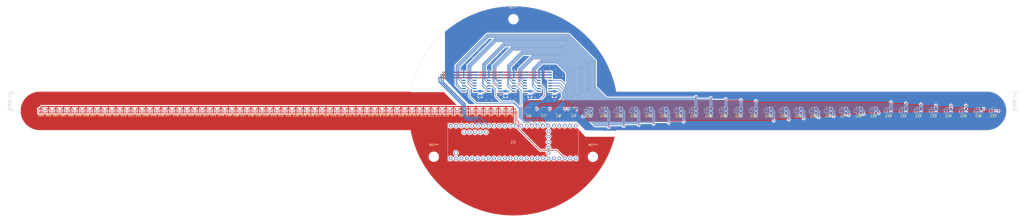
<source format=kicad_pcb>
(kicad_pcb (version 20221018) (generator pcbnew)
  (layers (0 "F.Cu" signal "SIGNAL_digital.Cu") (1 "In1.Cu" signal "3.3V.Cu") (2 "In2.Cu" signal "GND.Cu") (31 "B.Cu" signal "SIGNAL_analog.Cu") (34 "B.Paste" user) (35 "F.Paste" user) (36 "B.SilkS" user "B.Silkscreen") (37 "F.SilkS" user "F.Silkscreen") (38 "B.Mask" user) (39 "F.Mask" user) (44 "Edge.Cuts" user))
  (net 0 "")
  (net 1 "+5V")
  (net 2 "GND")
  (net 5 "Net-(D1-Pad5)")
  (net 18 "Net-(D1-Pad4)")
  (net 19 "Net-(U5-Pad3)")
  (net 33 "Net-(D21-Pad2)")
  (net 34 "Net-(D21-Pad3)")
  (net 35 "Net-(D25-Pad2)")
  (net 36 "Net-(D25-Pad3)")
  (net 37 "Net-(D26-Pad2)")
  (net 38 "Net-(D26-Pad3)")
  (net 39 "Net-(D28-Pad2)")
  (net 40 "Net-(D28-Pad3)")
  (net 41 "Net-(D48-Pad2)")
  (net 42 "Net-(D48-Pad3)")
  (net 43 "Net-(D49-Pad2)")
  (net 44 "Net-(D49-Pad3)")
  (net 45 "Net-(D51-Pad2)")
  (net 46 "Net-(D51-Pad3)")
  (net 47 "Net-(D53-Pad2)")
  (net 48 "Net-(D53-Pad3)")
  (net 49 "Net-(D57-Pad2)")
  (net 50 "Net-(D57-Pad3)")
  (net 51 "Net-(D58-Pad2)")
  (net 52 "Net-(D58-Pad3)")
  (net 53 "Net-(D62-Pad2)")
  (net 54 "Net-(D62-Pad3)")
  (net 55 "Net-(TP59-Pad1)")
  (net 56 "Net-(TP58-Pad1)")
  (net 57 "Net-(TP57-Pad1)")
  (net 58 "Net-(TP60-Pad1)")
  (net 59 "Net-(TP62-Pad1)")
  (net 60 "Net-(TP64-Pad1)")
  (net 61 "Net-(TP63-Pad1)")
  (net 62 "Net-(TP61-Pad1)")
  (net 63 "Net-(TP51-Pad1)")
  (net 64 "Net-(TP50-Pad1)")
  (net 67 "Net-(D1-Pad2)")
  (net 68 "Net-(D1-Pad3)")
  (net 69 "Net-(D2-Pad2)")
  (net 70 "Net-(D2-Pad3)")
  (net 71 "Net-(D3-Pad2)")
  (net 72 "Net-(D3-Pad3)")
  (net 73 "Net-(D4-Pad2)")
  (net 74 "Net-(D4-Pad3)")
  (net 75 "Net-(D5-Pad2)")
  (net 76 "Net-(D5-Pad3)")
  (net 77 "Net-(D6-Pad2)")
  (net 78 "Net-(D6-Pad3)")
  (net 79 "Net-(D7-Pad2)")
  (net 80 "Net-(D7-Pad3)")
  (net 81 "Net-(D8-Pad3)")
  (net 82 "Net-(D8-Pad2)")
  (net 83 "Net-(D10-Pad5)")
  (net 84 "Net-(D10-Pad4)")
  (net 85 "Net-(D10-Pad2)")
  (net 86 "Net-(D10-Pad3)")
  (net 87 "Net-(D11-Pad2)")
  (net 88 "Net-(D11-Pad3)")
  (net 89 "Net-(D12-Pad2)")
  (net 90 "Net-(D12-Pad3)")
  (net 91 "Net-(D13-Pad2)")
  (net 92 "Net-(D13-Pad3)")
  (net 93 "Net-(D14-Pad2)")
  (net 94 "Net-(D14-Pad3)")
  (net 95 "Net-(D15-Pad2)")
  (net 96 "Net-(D15-Pad3)")
  (net 97 "Net-(D16-Pad2)")
  (net 98 "Net-(D16-Pad3)")
  (net 99 "Net-(D17-Pad2)")
  (net 100 "Net-(D17-Pad3)")
  (net 101 "Net-(D18-Pad2)")
  (net 102 "Net-(D18-Pad3)")
  (net 103 "Net-(D19-Pad2)")
  (net 104 "Net-(D19-Pad3)")
  (net 105 "Net-(D20-Pad2)")
  (net 106 "Net-(D20-Pad3)")
  (net 107 "Net-(D22-Pad2)")
  (net 108 "Net-(D22-Pad3)")
  (net 109 "Net-(D23-Pad2)")
  (net 110 "Net-(D23-Pad3)")
  (net 111 "Net-(D24-Pad2)")
  (net 112 "Net-(D24-Pad3)")
  (net 113 "Net-(D27-Pad2)")
  (net 114 "Net-(D27-Pad3)")
  (net 115 "Net-(D29-Pad2)")
  (net 116 "Net-(D29-Pad3)")
  (net 117 "Net-(D30-Pad2)")
  (net 118 "Net-(D30-Pad3)")
  (net 119 "Net-(D31-Pad2)")
  (net 120 "Net-(D31-Pad3)")
  (net 121 "Net-(D33-Pad2)")
  (net 122 "Net-(D33-Pad3)")
  (net 123 "Net-(D34-Pad3)")
  (net 124 "Net-(D34-Pad2)")
  (net 125 "Net-(D35-Pad3)")
  (net 126 "Net-(D35-Pad2)")
  (net 127 "Net-(D37-Pad3)")
  (net 128 "Net-(D37-Pad2)")
  (net 129 "Net-(D38-Pad3)")
  (net 130 "Net-(D38-Pad2)")
  (net 131 "Net-(D39-Pad3)")
  (net 132 "Net-(D39-Pad2)")
  (net 133 "Net-(D40-Pad3)")
  (net 134 "Net-(D40-Pad2)")
  (net 135 "Net-(D42-Pad3)")
  (net 136 "Net-(D42-Pad2)")
  (net 137 "Net-(D44-Pad3)")
  (net 138 "Net-(D44-Pad2)")
  (net 139 "Net-(D45-Pad3)")
  (net 140 "Net-(D45-Pad2)")
  (net 141 "Net-(D46-Pad3)")
  (net 142 "Net-(D46-Pad2)")
  (net 143 "Net-(D47-Pad3)")
  (net 144 "Net-(D47-Pad2)")
  (net 145 "Net-(D50-Pad2)")
  (net 146 "Net-(D50-Pad3)")
  (net 147 "Net-(D52-Pad2)")
  (net 148 "Net-(D52-Pad3)")
  (net 149 "Net-(D54-Pad3)")
  (net 150 "Net-(D54-Pad2)")
  (net 151 "Net-(D55-Pad2)")
  (net 152 "Net-(D55-Pad3)")
  (net 153 "Net-(D56-Pad3)")
  (net 154 "Net-(D56-Pad2)")
  (net 155 "Net-(D60-Pad2)")
  (net 156 "Net-(D60-Pad3)")
  (net 157 "Net-(D61-Pad2)")
  (net 158 "Net-(D61-Pad3)")
  (net 159 "Net-(D63-Pad2)")
  (net 160 "Net-(D63-Pad3)")
  (net 161 "Net-(D32-Pad2)")
  (net 162 "Net-(D32-Pad3)")
  (net 163 "Net-(D36-Pad2)")
  (net 164 "Net-(D36-Pad3)")
  (net 165 "Net-(D41-Pad2)")
  (net 166 "Net-(D41-Pad3)")
  (net 167 "Net-(D43-Pad2)")
  (net 168 "Net-(D43-Pad3)")
  (net 169 "Net-(D59-Pad2)")
  (net 170 "Net-(D59-Pad3)")
  (net 171 "Net-(TP49-Pad1)")
  (net 172 "Net-(TP52-Pad1)")
  (net 173 "Net-(TP54-Pad1)")
  (net 174 "Net-(TP56-Pad1)")
  (net 175 "Net-(TP55-Pad1)")
  (net 176 "Net-(TP53-Pad1)")
  (net 177 "Net-(TP43-Pad1)")
  (net 178 "Net-(TP42-Pad1)")
  (net 179 "Net-(TP41-Pad1)")
  (net 180 "Net-(TP44-Pad1)")
  (net 181 "Net-(TP46-Pad1)")
  (net 182 "Net-(TP48-Pad1)")
  (net 183 "Net-(TP47-Pad1)")
  (net 184 "Net-(TP45-Pad1)")
  (net 185 "Net-(TP37-Pad1)")
  (net 186 "Net-(TP39-Pad1)")
  (net 187 "Net-(TP40-Pad1)")
  (net 188 "Net-(TP38-Pad1)")
  (net 189 "Net-(TP36-Pad1)")
  (net 190 "Net-(TP33-Pad1)")
  (net 191 "Net-(TP34-Pad1)")
  (net 192 "Net-(TP35-Pad1)")
  (net 193 "Net-(TP12-Pad1)")
  (net 194 "Net-(TP13-Pad1)")
  (net 195 "Net-(TP14-Pad1)")
  (net 196 "Net-(TP15-Pad1)")
  (net 197 "Net-(TP17-Pad1)")
  (net 198 "Net-(TP18-Pad1)")
  (net 199 "Net-(TP19-Pad1)")
  (net 200 "Net-(TP20-Pad1)")
  (net 201 "Net-(TP21-Pad1)")
  (net 202 "Net-(TP22-Pad1)")
  (net 203 "Net-(TP23-Pad1)")
  (net 204 "Net-(TP24-Pad1)")
  (net 205 "Net-(TP25-Pad1)")
  (net 206 "Net-(TP26-Pad1)")
  (net 207 "Net-(TP27-Pad1)")
  (net 208 "Net-(TP28-Pad1)")
  (net 209 "Net-(TP29-Pad1)")
  (net 210 "Net-(TP30-Pad1)")
  (net 211 "Net-(TP31-Pad1)")
  (net 217 "unconnected-(U1-Pad3)")
  (net 218 "Net-(U2-Pad11)")
  (net 219 "Net-(U2-Pad10)")
  (net 220 "Net-(U2-Pad9)")
  (net 229 "Net-(U4-Pad3)")
  (net 230 "Net-(U3-Pad3)")
  (net 231 "Net-(U2-Pad3)")
  (footprint "LED_SMD:LED-APA102-2020" (layer "F.Cu") (at -66.5 -70)
    (fp_text reference "D12")
    (fp_text value "APA102-2020")
  )
  (footprint "LED_SMD:LED-APA102-2020" (layer "F.Cu") (at -234.5 -70)
    (fp_text reference "D60")
    (fp_text value "APA102-2020")
  )
  (footprint "Package_TO_SOT_SMD:SOT-23W" (layer "F.Cu") (at -7 -70 180)
    (fp_text reference "U8")
    (fp_text value "SS39ET")
  )
  (footprint "Package_TO_SOT_SMD:SOT-23W" (layer "F.Cu") (at 161 -70 180)
    (fp_text reference "U32")
    (fp_text value "SS39ET")
  )
  (footprint "Package_TO_SOT_SMD:SOT-23W" (layer "F.Cu") (at 77 -70 180)
    (fp_text reference "U20")
    (fp_text value "SS39ET")
  )
  (footprint "LED_SMD:LED-APA102-2020" (layer "F.Cu") (at -248.5 -70)
    (fp_text reference "D64")
    (fp_text value "APA102-2020")
  )
  (footprint "LED_SMD:LED-APA102-2020" (layer "F.Cu") (at -220.5 -70)
    (fp_text reference "D56")
    (fp_text value "APA102-2020")
  )
  (footprint "LED_SMD:LED-APA102-2020" (layer "F.Cu") (at -73.5 -70)
    (fp_text reference "D14")
    (fp_text value "APA102-2020")
  )
  (footprint "LED_SMD:LED-APA102-2020" (layer "F.Cu") (at -185.5 -70)
    (fp_text reference "D46")
    (fp_text value "APA102-2020")
  )
  (footprint "LED_SMD:LED-APA102-2020" (layer "F.Cu") (at -122.5 -70)
    (fp_text reference "D28")
    (fp_text value "APA102-2020")
  )
  (footprint "LED_SMD:LED-APA102-2020" (layer "F.Cu") (at -63 -70)
    (fp_text reference "D11")
    (fp_text value "APA102-2020")
  )
  (footprint "Package_TO_SOT_SMD:SOT-23W" (layer "F.Cu") (at 133 -70 180)
    (fp_text reference "U28")
    (fp_text value "SS39ET")
  )
  (footprint "Package_TO_SOT_SMD:SOT-23W" (layer "F.Cu") (at 49 -70 180)
    (fp_text reference "U16")
    (fp_text value "SS39ET")
  )
  (footprint "Package_TO_SOT_SMD:SOT-23W" (layer "F.Cu") (at 126 -70 180)
    (fp_text reference "U27")
    (fp_text value "SS39ET")
  )
  (footprint "LED_SMD:LED-APA102-2020" (layer "F.Cu") (at -84 -70)
    (fp_text reference "D17")
    (fp_text value "APA102-2020")
  )
  (footprint "LED_SMD:LED-APA102-2020" (layer "F.Cu") (at -133 -70)
    (fp_text reference "D31")
    (fp_text value "APA102-2020")
  )
  (footprint "Package_TO_SOT_SMD:SOT-23W" (layer "F.Cu") (at 42 -70 180)
    (fp_text reference "U15")
    (fp_text value "SS39ET")
  )
  (footprint "LED_SMD:LED-APA102-2020" (layer "F.Cu") (at -245 -70)
    (fp_text reference "D63")
    (fp_text value "APA102-2020")
  )
  (footprint "Package_TO_SOT_SMD:SOT-23W" (layer "F.Cu") (at 105 -70 180)
    (fp_text reference "U24")
    (fp_text value "SS39ET")
  )
  (footprint "LED_SMD:LED-APA102-2020" (layer "F.Cu") (at -175 -70)
    (fp_text reference "D43")
    (fp_text value "APA102-2020")
  )
  (footprint "LED_SMD:LED-APA102-2020" (layer "F.Cu") (at -119 -70)
    (fp_text reference "D27")
    (fp_text value "APA102-2020")
  )
  (footprint "LED_SMD:LED-APA102-2020" (layer "F.Cu") (at -168 -70)
    (fp_text reference "D41")
    (fp_text value "APA102-2020")
  )
  (footprint "LED_SMD:LED-APA102-2020" (layer "F.Cu") (at -164.5 -70)
    (fp_text reference "D40")
    (fp_text value "APA102-2020")
  )
  (footprint "LED_SMD:LED-APA102-2020" (layer "F.Cu") (at -154 -70)
    (fp_text reference "D37")
    (fp_text value "APA102-2020")
  )
  (footprint "LED_SMD:LED-APA102-2020" (layer "F.Cu") (at -45.5 -70)
    (fp_text reference "D6")
    (fp_text value "APA102-2020")
  )
  (footprint "LED_SMD:LED-APA102-2020" (layer "F.Cu") (at -171.5 -70)
    (fp_text reference "D42")
    (fp_text value "APA102-2020")
  )
  (footprint "LED_SMD:LED-APA102-2020" (layer "F.Cu") (at -91 -70)
    (fp_text reference "D19")
    (fp_text value "APA102-2020")
  )
  (footprint "LED_SMD:LED-APA102-2020" (layer "F.Cu") (at -178.5 -70)
    (fp_text reference "D44")
    (fp_text value "APA102-2020")
  )
  (footprint "LED_SMD:LED-APA102-2020" (layer "F.Cu") (at -94.5 -70)
    (fp_text reference "D20")
    (fp_text value "APA102-2020")
  )
  (footprint "Package_TO_SOT_SMD:SOT-23W" (layer "F.Cu") (at 91 -70 180)
    (fp_text reference "U22")
    (fp_text value "SS39ET")
  )
  (footprint "Package_TO_SOT_SMD:SOT-23W" (layer "F.Cu") (at 14 -70 180)
    (fp_text reference "U11")
    (fp_text value "SS39ET")
  )
  (footprint "Package_TO_SOT_SMD:SOT-23W" (layer "F.Cu") (at 7 -70 180)
    (fp_text reference "U10")
    (fp_text value "SS39ET")
  )
  (footprint "Package_TO_SOT_SMD:SOT-23W" (layer "F.Cu") (at 56 -70 180)
    (fp_text reference "U17")
    (fp_text value "SS39ET")
  )
  (footprint "LED_SMD:LED-APA102-2020" (layer "F.Cu") (at -49 -70)
    (fp_text reference "D7")
    (fp_text value "APA102-2020")
  )
  (footprint "Package_TO_SOT_SMD:SOT-23W" (layer "F.Cu") (at -21 -70 180)
    (fp_text reference "U6")
    (fp_text value "SS39ET")
  )
  (footprint "Package_TO_SOT_SMD:SOT-23W" (layer "F.Cu") (at 98 -70 180)
    (fp_text reference "U23")
    (fp_text value "SS39ET")
  )
  (footprint "LED_SMD:LED-APA102-2020" (layer "F.Cu") (at -126 -70)
    (fp_text reference "D29")
    (fp_text value "APA102-2020")
  )
  (footprint "LED_SMD:LED-APA102-2020" (layer "F.Cu") (at -136.5 -70)
    (fp_text reference "D32")
    (fp_text value "APA102-2020")
  )
  (footprint "LED_SMD:LED-APA102-2020" (layer "F.Cu") (at -213.5 -70)
    (fp_text reference "D54")
    (fp_text value "APA102-2020")
  )
  (footprint "Package_TO_SOT_SMD:SOT-23W" (layer "F.Cu") (at 70 -70 180)
    (fp_text reference "U19")
    (fp_text value "SS39ET")
  )
  (footprint "MountingHole:MountingHole_4.3mm_M4" (layer "F.Cu") (at -65.14 -48.59)
    (fp_text reference "REF**")
    (fp_text value "MountingHole_4.3mm_M4")
  )
  (footprint "Package_TO_SOT_SMD:SOT-23W" (layer "F.Cu") (at 28 -70 180)
    (fp_text reference "U13")
    (fp_text value "SS39ET")
  )
  (footprint "LED_SMD:LED-APA102-2020" (layer "F.Cu") (at -108.5 -70)
    (fp_text reference "D24")
    (fp_text value "APA102-2020")
  )
  (footprint "MountingHole:MountingHole_4.3mm_M4" (layer "F.Cu") (at -28 -112.8)
    (fp_text reference "REF**")
    (fp_text value "MountingHole_4.3mm_M4")
  )
  (footprint "Package_TO_SOT_SMD:SOT-23W" (layer "F.Cu") (at 196 -70 180)
    (fp_text reference "U37")
    (fp_text value "SS39ET")
  )
  (footprint "Package_TO_SOT_SMD:SOT-23W" (layer "F.Cu") (at 182 -70 180)
    (fp_text reference "U35")
    (fp_text value "SS39ET")
  )
  (footprint "LED_SMD:LED-APA102-2020" (layer "F.Cu") (at -31.5 -70)
    (fp_text reference "D2")
    (fp_text value "APA102-2020")
  )
  (footprint "LED_SMD:LED-APA102-2020" (layer "F.Cu") (at -105 -70)
    (fp_text reference "D23")
    (fp_text value "APA102-2020")
  )
  (footprint "LED_SMD:LED-APA102-2020" (layer "F.Cu") (at -189 -70)
    (fp_text reference "D47")
    (fp_text value "APA102-2020")
  )
  (footprint "LED_SMD:LED-APA102-2020" (layer "F.Cu") (at -80.5 -70)
    (fp_text reference "D16")
    (fp_text value "APA102-2020")
  )
  (footprint "MountingHole:MountingHole_4.3mm_M4" (layer "F.Cu") (at 9.103086 -48.561459)
    (fp_text reference "REF**")
    (fp_text value "MountingHole_4.3mm_M4")
  )
  (footprint "Package_TO_SOT_SMD:SOT-23W" (layer "F.Cu") (at 84 -70 180)
    (fp_text reference "U21")
    (fp_text value "SS39ET")
  )
  (footprint "LED_SMD:LED-APA102-2020" (layer "F.Cu") (at -199.5 -70)
    (fp_text reference "D50")
    (fp_text value "APA102-2020")
  )
  (footprint "LED_SMD:LED-APA102-2020" (layer "F.Cu") (at -52.5 -70)
    (fp_text reference "D8")
    (fp_text value "APA102-2020")
  )
  (footprint "Package_TO_SOT_SMD:SOT-23W" (layer "F.Cu") (at 0 -70 180)
    (fp_text reference "U9")
    (fp_text value "SS39ET")
  )
  (footprint "LED_SMD:LED-APA102-2020" (layer "F.Cu") (at -157.5 -70)
    (fp_text reference "D38")
    (fp_text value "APA102-2020")
  )
  (footprint "LED_SMD:LED-APA102-2020" (layer "F.Cu") (at -77 -70)
    (fp_text reference "D15")
    (fp_text value "APA102-2020")
  )
  (footprint "LED_SMD:LED-APA102-2020" (layer "F.Cu") (at -35 -70)
    (fp_text reference "D3")
    (fp_text value "APA102-2020")
  )
  (footprint "LED_SMD:LED-APA102-2020" (layer "F.Cu") (at -143.5 -70)
    (fp_text reference "D34")
    (fp_text value "APA102-2020")
  )
  (footprint "LED_SMD:LED-APA102-2020" (layer "F.Cu") (at -98 -70)
    (fp_text reference "D21")
    (fp_text value "APA102-2020")
  )
  (footprint "LED_SMD:LED-APA102-2020" (layer "F.Cu") (at -182 -70)
    (fp_text reference "D45")
    (fp_text value "APA102-2020")
  )
  (footprint "Package_TO_SOT_SMD:SOT-23W" (layer "F.Cu") (at 63 -70 180)
    (fp_text reference "U18")
    (fp_text value "SS39ET")
  )
  (footprint "LED_SMD:LED-APA102-2020" (layer "F.Cu") (at -196 -70)
    (fp_text reference "D49")
    (fp_text value "APA102-2020")
  )
  (footprint "LED_SMD:LED-APA102-2020" (layer "F.Cu") (at -101.5 -70)
    (fp_text reference "D22")
    (fp_text value "APA102-2020")
  )
  (footprint "LED_SMD:LED-APA102-2020" (layer "F.Cu") (at -203 -70)
    (fp_text reference "D51")
    (fp_text value "APA102-2020")
  )
  (footprint "Package_TO_SOT_SMD:SOT-23W" (layer "F.Cu") (at -14 -70 180)
    (fp_text reference "U7")
    (fp_text value "SS39ET")
  )
  (footprint "LED_SMD:LED-APA102-2020" (layer "F.Cu") (at -115.5 -70)
    (fp_text reference "D26")
    (fp_text value "APA102-2020")
  )
  (footprint "LED_SMD:LED-APA102-2020" (layer "F.Cu") (at -42 -70)
    (fp_text reference "D5")
    (fp_text value "APA102-2020")
  )
  (footprint "LED_SMD:LED-APA102-2020" (layer "F.Cu") (at -70 -70)
    (fp_text reference "D13")
    (fp_text value "APA102-2020")
  )
  (footprint "LED_SMD:LED-APA102-2020" (layer "F.Cu") (at -210 -70)
    (fp_text reference "D53")
    (fp_text value "APA102-2020")
  )
  (footprint "Package_TO_SOT_SMD:SOT-23W" (layer "F.Cu") (at 21 -70 180)
    (fp_text reference "U12")
    (fp_text value "SS39ET")
  )
  (footprint "LED_SMD:LED-APA102-2020" (layer "F.Cu") (at -59.5 -70)
    (fp_text reference "D10")
    (fp_text value "APA102-2020")
  )
  (footprint "LED_SMD:LED-APA102-2020" (layer "F.Cu") (at -217 -70)
    (fp_text reference "D55")
    (fp_text value "APA102-2020")
  )
  (footprint "Package_TO_SOT_SMD:SOT-23W" (layer "F.Cu") (at 189 -70 180)
    (fp_text reference "U36")
    (fp_text value "SS39ET")
  )
  (footprint "LED_SMD:LED-APA102-2020" (layer "F.Cu") (at -238 -70)
    (fp_text reference "D61")
    (fp_text value "APA102-2020")
  )
  (footprint "Package_TO_SOT_SMD:SOT-23W" (layer "F.Cu") (at 154 -70 180)
    (fp_text reference "U31")
    (fp_text value "SS39ET")
  )
  (footprint "Package_TO_SOT_SMD:SOT-23W" (layer "F.Cu") (at 140 -70 180)
    (fp_text reference "U29")
    (fp_text value "SS39ET")
  )
  (footprint "Package_TO_SOT_SMD:SOT-23W" (layer "F.Cu") (at 168 -70 180)
    (fp_text reference "U33")
    (fp_text value "SS39ET")
  )
  (footprint "LED_SMD:LED-APA102-2020" (layer "F.Cu") (at -206.5 -70)
    (fp_text reference "D52")
    (fp_text value "APA102-2020")
  )
  (footprint "LED_SMD:LED-APA102-2020" (layer "F.Cu") (at -192.5 -70)
    (fp_text reference "D48")
    (fp_text value "APA102-2020")
  )
  (footprint "LED_SMD:LED-APA102-2020" (layer "F.Cu") (at -231 -70)
    (fp_text reference "D59")
    (fp_text value "APA102-2020")
  )
  (footprint "LED_SMD:LED-APA102-2020" (layer "F.Cu") (at -140 -70)
    (fp_text reference "D33")
    (fp_text value "APA102-2020")
  )
  (footprint "LED_SMD:LED-APA102-2020" (layer "F.Cu") (at -28 -70)
    (fp_text reference "D1")
    (fp_text value "APA102-2020")
  )
  (footprint "Package_TO_SOT_SMD:SOT-23W" (layer "F.Cu") (at 119 -70 180)
    (fp_text reference "U26")
    (fp_text value "SS39ET")
  )
  (footprint "LED_SMD:LED-APA102-2020" (layer "F.Cu") (at -56 -70)
    (fp_text reference "D9")
    (fp_text value "APA102-2020")
  )
  (footprint "Package_TO_SOT_SMD:SOT-23W" (layer "F.Cu") (at 147 -70 180)
    (fp_text reference "U30")
    (fp_text value "SS39ET")
  )
  (footprint "LED_SMD:LED-APA102-2020" (layer "F.Cu") (at -87.5 -70)
    (fp_text reference "D18")
    (fp_text value "APA102-2020")
  )
  (footprint "LED_SMD:LED-APA102-2020" (layer "F.Cu") (at -224 -70)
    (fp_text reference "D57")
    (fp_text value "APA102-2020")
  )
  (footprint "Package_TO_SOT_SMD:SOT-23W" (layer "F.Cu") (at 175 -70 180)
    (fp_text reference "U34")
    (fp_text value "SS39ET")
  )
  (footprint "LED_SMD:LED-APA102-2020" (layer "F.Cu") (at -112 -70)
    (fp_text reference "D25")
    (fp_text value "APA102-2020")
  )
  (footprint "LED_SMD:LED-APA102-2020" (layer "F.Cu") (at -227.5 -70)
    (fp_text reference "D58")
    (fp_text value "APA102-2020")
  )
  (footprint "Package_TO_SOT_SMD:SOT-23W" (layer "F.Cu") (at 112 -70 180)
    (fp_text reference "U25")
    (fp_text value "SS39ET")
  )
  (footprint "LED_SMD:LED-APA102-2020" (layer "F.Cu") (at -150.5 -70)
    (fp_text reference "D36")
    (fp_text value "APA102-2020")
  )
  (footprint "LED_SMD:LED-APA102-2020" (layer "F.Cu") (at -161 -70)
    (fp_text reference "D39")
    (fp_text value "APA102-2020")
  )
  (footprint "LED_SMD:LED-APA102-2020" (layer "F.Cu") (at -38.5 -70)
    (fp_text reference "D4")
    (fp_text value "APA102-2020")
  )
  (footprint "LED_SMD:LED-APA102-2020" (layer "F.Cu") (at -129.5 -70)
    (fp_text reference "D30")
    (fp_text value "APA102-2020")
  )
  (footprint "LED_SMD:LED-APA102-2020" (layer "F.Cu") (at -147 -70)
    (fp_text reference "D35")
    (fp_text value "APA102-2020")
  )
  (footprint "LED_SMD:LED-APA102-2020" (layer "F.Cu") (at -241.5 -70)
    (fp_text reference "D62")
    (fp_text value "APA102-2020")
  )
  (footprint "Package_TO_SOT_SMD:SOT-23W" (layer "F.Cu") (at 35 -70 180)
    (fp_text reference "U14")
    (fp_text value "SS39ET")
  )
  (footprint "Package_SO:SO-16_3.9x9.9mm_P1.27mm" (layer "B.Cu") (at -25.2 -83.6)
    (fp_text reference "U3")
    (fp_text value "74HCT4051")
  )
  (footprint "Downloaded:TEENSY41" (layer "B.Cu") (at -52.28 -63.07)
    (fp_text reference "U1")
    (fp_text value "Teensy4.1")
  )
  (footprint "Package_SO:SO-16_3.9x9.9mm_P1.27mm" (layer "B.Cu") (at -36.9 -83.6)
    (fp_text reference "U4")
    (fp_text value "74HCT4051")
  )
  (footprint "Capacitor_SMD:C_0805_2012Metric_Pad1.18x1.45mm_HandSolder" (layer "B.Cu") (at -8.9 -78.1 -90)
    (fp_text reference "C1")
    (fp_text value "0.1µF")
  )
  (footprint "Capacitor_SMD:C_0805_2012Metric_Pad1.18x1.45mm_HandSolder" (layer "B.Cu") (at -43.6 -78.1 -90)
    (fp_text reference "C4")
    (fp_text value "0.1µF")
  )
  (footprint "Package_SO:SO-16_3.9x9.9mm_P1.27mm" (layer "B.Cu") (at -13.5 -83.6)
    (fp_text reference "U2")
    (fp_text value "74HCT4051")
  )
  (footprint "Capacitor_SMD:C_0805_2012Metric_Pad1.18x1.45mm_HandSolder" (layer "B.Cu") (at -31.7 -78.1 -90)
    (fp_text reference "C3")
    (fp_text value "0.1µF")
  )
  (footprint "Package_SO:SO-16_3.9x9.9mm_P1.27mm" (layer "B.Cu") (at -48.6 -83.6)
    (fp_text reference "U5")
    (fp_text value "74HCT4051" hide)
  )
  (footprint "Capacitor_SMD:C_0805_2012Metric_Pad1.18x1.45mm_HandSolder" (layer "B.Cu") (at -20.3 -78.1 -90)
    (fp_text reference "C2")
    (fp_text value "0.1µF")
  )
  (gr_arc (start -75.999999 -79) (mid -28 -118.836461) (end 19.999999 -79) (stroke (width 0.1)) (layer "Edge.Cuts"))
  (gr_line (start -249 -61) (end -76 -61) (stroke (width 0.1)) (layer "Edge.Cuts"))
  (gr_arc (start 19.999999 -61) (mid -28 -21.163539) (end -75.999999 -61) (stroke (width 0.1)) (layer "Edge.Cuts"))
  (gr_arc (start -258 -70) (mid -255.363961 -76.363961) (end -249 -79) (stroke (width 0.1)) (layer "Edge.Cuts"))
  (gr_line (start 20 -79) (end 193 -79) (stroke (width 0.1)) (layer "Edge.Cuts"))
  (gr_line (start 193 -61) (end 20 -61) (stroke (width 0.1)) (layer "Edge.Cuts"))
  (gr_arc (start 193 -79) (mid 199.363961 -76.363961) (end 202 -70) (stroke (width 0.1)) (layer "Edge.Cuts"))
  (gr_arc (start 202 -70) (mid 199.363961 -63.636039) (end 193 -61) (stroke (width 0.1)) (layer "Edge.Cuts"))
  (gr_arc (start -249 -61) (mid -255.363961 -63.636039) (end -258 -70) (stroke (width 0.1)) (layer "Edge.Cuts"))
  (gr_line (start -249 -79) (end -76 -79) (stroke (width 0.1)) (layer "Edge.Cuts"))
  (gr_text "U5" (at -36.875 -82.110005 720) (layer "B.SilkS") (effects (font (size 1 1)) (justify mirror)))
  (gr_text "U5" (at -13.675 -82.010005 720) (layer "B.SilkS") (effects (font (size 1 1)) (justify mirror)))
  (gr_text "U5" (at -25.175 -82.110005 720) (layer "B.SilkS") (effects (font (size 1 1)) (justify mirror)))
  (dimension (type aligned) (layer "Edge.Cuts") (pts (xy 203 -70) (xy 203 -79)) (height 4) (gr_text "9,0000 mm" (at 205.85 -74.5 90) (layer "Edge.Cuts") (effects (font (size 1 1) (thickness 0.15)))) (format (prefix "") (suffix "") (units 3) (units_format 1) (precision 4)) (style (thickness 0.1) (arrow_length 1.27) (text_position_mode 0) (extension_height 0.58642) (extension_offset 0.5) keep_text_aligned))
  (dimension (type aligned) (layer "Edge.Cuts") (pts (xy -258 -70) (xy -258 -79)) (height -4) (gr_text "9,0000 mm" (at -263.15 -74.5 90) (layer "Edge.Cuts") (effects (font (size 1 1) (thickness 0.15)))) (format (prefix "") (suffix "") (units 3) (units_format 1) (precision 4)) (style (thickness 0.1) (arrow_length 1.27) (text_position_mode 0) (extension_height 0.58642) (extension_offset 0.5) keep_text_aligned))
  (segment (start -39.35 -70.9) (end -38.57 -70.9) (width 0.3) (layer "F.Cu") (net 1))
  (segment (start -108.5 -71.7) (end -108.2 -72) (width 0.5) (layer "F.Cu") (net 1))
  (segment (start -175 -70.83) (end -175 -71.7) (width 0.5) (layer "F.Cu") (net 1))
  (segment (start -200.35 -70.9) (end -199.57 -70.9) (width 0.3) (layer "F.Cu") (net 1))
  (segment (start -70.85 -70.9) (end -70.07 -70.9) (width 0.3) (layer "F.Cu") (net 1))
  (segment (start -206.5 -71.7) (end -206.2 -72) (width 0.5) (layer "F.Cu") (net 1))
  (segment (start -70 -71.7) (end -69.7 -72) (width 0.5) (layer "F.Cu") (net 1))
  (segment (start -46.35 -70.9) (end -45.57 -70.9) (width 0.3) (layer "F.Cu") (net 1))
  (segment (start -35 -71.7) (end -34.7 -72) (width 0.5) (layer "F.Cu") (net 1))
  (segment (start -49.07 -70.9) (end -49 -70.83) (width 0.3) (layer "F.Cu") (net 1))
  (segment (start -31.5 -71.7) (end -31.2 -72) (width 0.5) (layer "F.Cu") (net 1))
  (segment (start -91 -71.7) (end -90.7 -72) (width 0.5) (layer "F.Cu") (net 1))
  (segment (start 92.2 -69.05) (end 92.2 -67.8) (width 0.3) (layer "F.Cu") (net 1))
  (segment (start -178.5 -70.83) (end -178.5 -71.7) (width 0.5) (layer "F.Cu") (net 1))
  (segment (start -182 -71.7) (end -181.7 -72) (width 0.5) (layer "F.Cu") (net 1))
  (segment (start -178.5 -71.7) (end -178.2 -72) (width 0.5) (layer "F.Cu") (net 1))
  (segment (start -164.5 -71.7) (end -164.2 -72) (width 0.5) (layer "F.Cu") (net 1))
  (segment (start -241.5 -71.7) (end -241.2 -72) (width 0.5) (layer "F.Cu") (net 1))
  (segment (start -147 -70.83) (end -147 -71.7) (width 0.5) (layer "F.Cu") (net 1))
  (segment (start -140.85 -70.9) (end -140.07 -70.9) (width 0.3) (layer "F.Cu") (net 1))
  (segment (start -151.35 -70.9) (end -150.57 -70.9) (width 0.3) (layer "F.Cu") (net 1))
  (segment (start -241.2 -72) (end -237.7 -72) (width 0.5) (layer "F.Cu") (net 1))
  (segment (start -245 -71.7) (end -244.7 -72) (width 0.5) (layer "F.Cu") (net 1))
  (segment (start -182 -70.83) (end -182 -71.7) (width 0.5) (layer "F.Cu") (net 1))
  (segment (start -144.35 -70.9) (end -143.57 -70.9) (width 0.3) (layer "F.Cu") (net 1))
  (segment (start -98.07 -70.9) (end -98 -70.83) (width 0.3) (layer "F.Cu") (net 1))
  (segment (start -210 -70.83) (end -210 -71.7) (width 0.5) (layer "F.Cu") (net 1))
  (segment (start -223.7 -72) (end -220.2 -72) (width 0.5) (layer "F.Cu") (net 1))
  (segment (start 169.2 -69.05) (end 169.2 -67.8) (width 0.3) (layer "F.Cu") (net 1))
  (segment (start -178.57 -70.9) (end -178.5 -70.83) (width 0.3) (layer "F.Cu") (net 1))
  (segment (start -186.35 -70.9) (end -185.57 -70.9) (width 0.3) (layer "F.Cu") (net 1))
  (segment (start -105.85 -70.9) (end -105.07 -70.9) (width 0.3) (layer "F.Cu") (net 1))
  (segment (start -136.5 -71.7) (end -136.2 -72) (width 0.5) (layer "F.Cu") (net 1))
  (segment (start -234.57 -70.9) (end -234.5 -70.83) (width 0.3) (layer "F.Cu") (net 1))
  (segment (start -235.35 -70.9) (end -234.57 -70.9) (width 0.3) (layer "F.Cu") (net 1))
  (segment (start -143.5 -71.7) (end -143.2 -72) (width 0.5) (layer "F.Cu") (net 1))
  (segment (start -112.07 -70.9) (end -112 -70.83) (width 0.3) (layer "F.Cu") (net 1))
  (segment (start -133 -70.83) (end -133 -71.7) (width 0.5) (layer "F.Cu") (net 1))
  (segment (start -210.07 -70.9) (end -210 -70.83) (width 0.3) (layer "F.Cu") (net 1))
  (segment (start -115.57 -70.9) (end -115.5 -70.83) (width 0.3) (layer "F.Cu") (net 1))
  (segment (start -196.85 -70.9) (end -196.07 -70.9) (width 0.3) (layer "F.Cu") (net 1))
  (segment (start -91.85 -70.9) (end -91.07 -70.9) (width 0.3) (layer "F.Cu") (net 1))
  (segment (start -66.57 -70.9) (end -66.5 -70.83) (width 0.3) (layer "F.Cu") (net 1))
  (segment (start -109.35 -70.9) (end -108.57 -70.9) (width 0.3) (layer "F.Cu") (net 1))
  (segment (start -220.2 -72) (end -216.7 -72) (width 0.5) (layer "F.Cu") (net 1))
  (segment (start -224.85 -70.9) (end -224.07 -70.9) (width 0.3) (layer "F.Cu") (net 1))
  (segment (start -133.85 -70.9) (end -133.07 -70.9) (width 0.3) (layer "F.Cu") (net 1))
  (segment (start -147.07 -70.9) (end -147 -70.83) (width 0.3) (layer "F.Cu") (net 1))
  (segment (start -133 -71.7) (end -132.7 -72) (width 0.5) (layer "F.Cu") (net 1))
  (segment (start -175.07 -70.9) (end -175 -70.83) (width 0.3) (layer "F.Cu") (net 1))
  (segment (start -28.3 -72) (end -28 -71.7) (width 0.5) (layer "F.Cu") (net 1))
  (segment (start -84 -70.83) (end -84 -71.7) (width 0.5) (layer "F.Cu") (net 1))
  (segment (start -105 -71.7) (end -104.7 -72) (width 0.5) (layer "F.Cu") (net 1))
  (segment (start -193.35 -70.9) (end -192.57 -70.9) (width 0.3) (layer "F.Cu") (net 1))
  (segment (start -207.35 -70.9) (end -206.57 -70.9) (width 0.3) (layer "F.Cu") (net 1))
  (segment (start -189.07 -70.9) (end -189 -70.83) (width 0.3) (layer "F.Cu") (net 1))
  (segment (start -140 -70.83) (end -140 -71.7) (width 0.5) (layer "F.Cu") (net 1))
  (segment (start -59.57 -70.9) (end -59.5 -70.83) (width 0.3) (layer "F.Cu") (net 1))
  (segment (start 85.2 -69.05) (end 85.2 -67.8) (width 0.3) (layer "F.Cu") (net 1))
  (segment (start -112 -71.7) (end -111.7 -72) (width 0.5) (layer "F.Cu") (net 1))
  (segment (start 190.2 -69.05) (end 190.2 -67.8) (width 0.3) (layer "F.Cu") (net 1))
  (segment (start -35.07 -70.9) (end -35 -70.83) (width 0.3) (layer "F.Cu") (net 1))
  (segment (start -119 -71.7) (end -118.7 -72) (width 0.5) (layer "F.Cu") (net 1))
  (segment (start -115.5 -71.7) (end -115.2 -72) (width 0.5) (layer "F.Cu") (net 1))
  (segment (start -140 -71.7) (end -139.7 -72) (width 0.5) (layer "F.Cu") (net 1))
  (segment (start -94.5 -70.83) (end -94.5 -71.7) (width 0.5) (layer "F.Cu") (net 1))
  (segment (start -119 -70.83) (end -119 -71.7) (width 0.5) (layer "F.Cu") (net 1))
  (segment (start -136.5 -70.83) (end -136.5 -71.7) (width 0.5) (layer "F.Cu") (net 1))
  (segment (start -154 -71.7) (end -153.7 -72) (width 0.5) (layer "F.Cu") (net 1))
  (segment (start -221.35 -70.9) (end -220.57 -70.9) (width 0.3) (layer "F.Cu") (net 1))
  (segment (start 36.2 -69.05) (end 36.2 -67.8) (width 0.3) (layer "F.Cu") (net 1))
  (segment (start -249.35 -70.9) (end -248.57 -70.9) (width 0.3) (layer "F.Cu") (net 1))
  (segment (start -81.35 -70.9) (end -80.57 -70.9) (width 0.3) (layer "F.Cu") (net 1))
  (segment (start -154 -70.83) (end -154 -71.7) (width 0.5) (layer "F.Cu") (net 1))
  (segment (start -199.5 -71.7) (end -199.2 -72) (width 0.5) (layer "F.Cu") (net 1))
  (segment (start -77 -71.7) (end -76.7 -72) (width 0.5) (layer "F.Cu") (net 1))
  (segment (start -213.5 -71.7) (end -213.2 -72) (width 0.5) (layer "F.Cu") (net 1))
  (segment (start -185.2 -72) (end -181.7 -72) (width 0.5) (layer "F.Cu") (net 1))
  (segment (start -95.35 -70.9) (end -94.57 -70.9) (width 0.3) (layer "F.Cu") (net 1))
  (segment (start -137.35 -70.9) (end -136.57 -70.9) (width 0.3) (layer "F.Cu") (net 1))
  (segment (start -105 -70.83) (end -105 -71.7) (width 0.5) (layer "F.Cu") (net 1))
  (segment (start -181.7 -72) (end -178.2 -72) (width 0.5) (layer "F.Cu") (net 1))
  (segment (start -154.85 -70.9) (end -154.07 -70.9) (width 0.3) (layer "F.Cu") (net 1))
  (segment (start -56 -70.83) (end -56 -71.7) (width 0.5) (layer "F.Cu") (net 1))
  (segment (start -49 -70.83) (end -49 -71.7) (width 0.5) (layer "F.Cu") (net 1))
  (segment (start -154.07 -70.9) (end -154 -70.83) (width 0.3) (layer "F.Cu") (net 1))
  (segment (start -63.07 -70.9) (end -63 -70.83) (width 0.3) (layer "F.Cu") (net 1))
  (segment (start -168 -70.83) (end -168 -71.7) (width 0.5) (layer "F.Cu") (net 1))
  (segment (start -160.7 -72) (end -157.2 -72) (width 0.5) (layer "F.Cu") (net 1))
  (segment (start -224 -70.83) (end -224 -71.7) (width 0.5) (layer "F.Cu") (net 1))
  (segment (start -196 -70.83) (end -196 -71.7) (width 0.5) (layer "F.Cu") (net 1))
  (segment (start -189.85 -70.9) (end -189.07 -70.9) (width 0.3) (layer "F.Cu") (net 1))
  (segment (start -231 -70.83) (end -231 -71.7) (width 0.5) (layer "F.Cu") (net 1))
  (segment (start -150.57 -70.9) (end -150.5 -70.83) (width 0.3) (layer "F.Cu") (net 1))
  (segment (start 71.2 -69.05) (end 71.2 -67.8) (width 0.3) (layer "F.Cu") (net 1))
  (segment (start 57.2 -69.05) (end 57.2 -67.8) (width 0.3) (layer "F.Cu") (net 1))
  (segment (start -206.57 -70.9) (end -206.5 -70.83) (width 0.3) (layer "F.Cu") (net 1))
  (segment (start -126 -71.7) (end -125.7 -72) (width 0.5) (layer "F.Cu") (net 1))
  (segment (start -230.7 -72) (end -227.2 -72) (width 0.5) (layer "F.Cu") (net 1))
  (segment (start 197.2 -69.05) (end 197.2 -67.8) (width 0.3) (layer "F.Cu") (net 1))
  (segment (start -42.07 -70.9) (end -42 -70.83) (width 0.3) (layer "F.Cu") (net 1))
  (segment (start -38.5 -71.7) (end -38.2 -72) (width 0.5) (layer "F.Cu") (net 1))
  (segment (start -91 -70.83) (end -91 -71.7) (width 0.5) (layer "F.Cu") (net 1))
  (segment (start -202.7 -72) (end -199.2 -72) (width 0.5) (layer "F.Cu") (net 1))
  (segment (start -248.5 -70.83) (end -248.5 -71.7) (width 0.5) (layer "F.Cu") (net 1))
  (segment (start -101.5 -70.83) (end -101.5 -71.7) (width 0.5) (layer "F.Cu") (net 1))
  (segment (start 162.2 -69.05) (end 162.2 -67.8) (width 0.3) (layer "F.Cu") (net 1))
  (segment (start 134.2 -69.05) (end 134.2 -67.8) (width 0.3) (layer "F.Cu") (net 1))
  (segment (start -234.5 -70.83) (end -234.5 -71.7) (width 0.5) (layer "F.Cu") (net 1))
  (segment (start -179.35 -70.9) (end -178.57 -70.9) (width 0.3) (layer "F.Cu") (net 1))
  (segment (start -217 -70.83) (end -217 -71.7) (width 0.5) (layer "F.Cu") (net 1))
  (segment (start -98 -70.83) (end -98 -71.7) (width 0.5) (layer "F.Cu") (net 1))
  (segment (start -185.5 -70.83) (end -185.5 -71.7) (width 0.5) (layer "F.Cu") (net 1))
  (segment (start -56.07 -70.9) (end -56 -70.83) (width 0.3) (layer "F.Cu") (net 1))
  (segment (start -38.57 -70.9) (end -38.5 -70.83) (width 0.3) (layer "F.Cu") (net 1))
  (segment (start -84.07 -70.9) (end -84 -70.83) (width 0.3) (layer "F.Cu") (net 1))
  (segment (start 155.2 -69.05) (end 155.2 -67.8) (width 0.3) (layer "F.Cu") (net 1))
  (segment (start -238 -71.7) (end -237.7 -72) (width 0.5) (layer "F.Cu") (net 1))
  (segment (start -182.07 -70.9) (end -182 -70.83) (width 0.3) (layer "F.Cu") (net 1))
  (segment (start -129.57 -70.9) (end -129.5 -70.83) (width 0.3) (layer "F.Cu") (net 1))
  (segment (start -102.35 -70.9) (end -101.57 -70.9) (width 0.3) (layer "F.Cu") (net 1))
  (segment (start -203 -70.83) (end -203 -71.7) (width 0.5) (layer "F.Cu") (net 1))
  (segment (start -171.2 -72) (end -167.7 -72) (width 0.5) (layer "F.Cu") (net 1))
  (segment (start -119.07 -70.9) (end -119 -70.83) (width 0.3) (layer "F.Cu") (net 1))
  (segment (start -87.57 -70.9) (end -87.5 -70.83) (width 0.3) (layer "F.Cu") (net 1))
  (segment (start 127.2 -69.05) (end 127.2 -67.8) (width 0.3) (layer "F.Cu") (net 1))
  (segment (start -84 -71.7) (end -83.7 -72) (width 0.5) (layer "F.Cu") (net 1))
  (segment (start -122.57 -70.9) (end -122.5 -70.83) (width 0.3) (layer "F.Cu") (net 1))
  (segment (start -122.5 -71.7) (end -122.2 -72) (width 0.5) (layer "F.Cu") (net 1))
  (segment (start -66.5 -71.7) (end -66.2 -72) (width 0.5) (layer "F.Cu") (net 1))
  (segment (start -42 -70.83) (end -42 -71.7) (width 0.5) (layer "F.Cu") (net 1))
  (segment (start -31.57 -70.9) (end -31.5 -70.83) (width 0.3) (layer "F.Cu") (net 1))
  (segment (start -192.2 -72) (end -188.7 -72) (width 0.5) (layer "F.Cu") (net 1))
  (segment (start -188.7 -72) (end -185.2 -72) (width 0.5) (layer "F.Cu") (net 1))
  (segment (start -123.35 -70.9) (end -122.57 -70.9) (width 0.3) (layer "F.Cu") (net 1))
  (segment (start -199.5 -70.83) (end -199.5 -71.7) (width 0.5) (layer "F.Cu") (net 1))
  (segment (start -28.07 -70.9) (end -28 -70.83) (width 0.3) (layer "F.Cu") (net 1))
  (segment (start -214.35 -70.9) (end -213.57 -70.9) (width 0.3) (layer "F.Cu") (net 1))
  (segment (start -150.5 -70.83) (end -150.5 -71.7) (width 0.5) (layer "F.Cu") (net 1))
  (segment (start -5.8 -69.05) (end -5.8 -67.8) (width 0.3) (layer "F.Cu") (net 1))
  (segment (start -189 -70.83) (end -189 -71.7) (width 0.5) (layer "F.Cu") (net 1))
  (segment (start -231.07 -70.9) (end -231 -70.83) (width 0.3) (layer "F.Cu") (net 1))
  (segment (start -174.7 -72) (end -171.2 -72) (width 0.5) (layer "F.Cu") (net 1))
  (segment (start -185.57 -70.9) (end -185.5 -70.83) (width 0.3) (layer "F.Cu") (net 1))
  (segment (start -196.07 -70.9) (end -196 -70.83) (width 0.3) (layer "F.Cu") (net 1))
  (segment (start -140.07 -70.9) (end -140 -70.83) (width 0.3) (layer "F.Cu") (net 1))
  (segment (start -161 -70.83) (end -161 -71.7) (width 0.5) (layer "F.Cu") (net 1))
  (segment (start -227.2 -72) (end -223.7 -72) (width 0.5) (layer "F.Cu") (net 1))
  (segment (start -129.5 -70.83) (end -129.5 -71.7) (width 0.5) (layer "F.Cu") (net 1))
  (segment (start -53.35 -70.9) (end -52.57 -70.9) (width 0.3) (layer "F.Cu") (net 1))
  (segment (start -12.8 -69.05) (end -12.8 -67.8) (width 0.3) (layer "F.Cu") (net 1))
  (segment (start -248.57 -70.9) (end -248.5 -70.83) (width 0.3) (layer "F.Cu") (net 1))
  (segment (start -238.85 -70.9) (end -238.07 -70.9) (width 0.3) (layer "F.Cu") (net 1))
  (segment (start -133.07 -70.9) (end -133 -70.83) (width 0.3) (layer "F.Cu") (net 1))
  (segment (start -63 -71.7) (end -62.7 -72) (width 0.5) (layer "F.Cu") (net 1))
  (segment (start -28.85 -70.9) (end -28.07 -70.9) (width 0.3) (layer "F.Cu") (net 1))
  (segment (start -119.85 -70.9) (end -119.07 -70.9) (width 0.3) (layer "F.Cu") (net 1))
  (segment (start -52.57 -70.9) (end -52.5 -70.83) (width 0.3) (layer "F.Cu") (net 1))
  (segment (start -178.2 -72) (end -174.7 -72) (width 0.5) (layer "F.Cu") (net 1))
  (segment (start -227.5 -71.7) (end -227.2 -72) (width 0.5) (layer "F.Cu") (net 1))
  (segment (start -167.7 -72) (end -164.2 -72) (width 0.5) (layer "F.Cu") (net 1))
  (segment (start -35 -70.83) (end -35 -71.7) (width 0.5) (layer "F.Cu") (net 1))
  (segment (start -209.7 -72) (end -206.2 -72) (width 0.5) (layer "F.Cu") (net 1))
  (segment (start 196.95 -69.05) (end 197 -69) (width 0.5) (layer "F.Cu") (net 1))
  (segment (start 113.2 -69.05) (end 113.2 -67.8) (width 0.3) (layer "F.Cu") (net 1))
  (segment (start -101.5 -71.7) (end -101.2 -72) (width 0.5) (layer "F.Cu") (net 1))
  (segment (start -45.5 -71.7) (end -45.2 -72) (width 0.5) (layer "F.Cu") (net 1))
  (segment (start -80.5 -70.83) (end -80.5 -71.7) (width 0.5) (layer "F.Cu") (net 1))
  (segment (start -234.5 -71.7) (end -234.2 -72) (width 0.5) (layer "F.Cu") (net 1))
  (segment (start -161 -71.7) (end -160.7 -72) (width 0.5) (layer "F.Cu") (net 1))
  (segment (start -217.85 -70.9) (end -217.07 -70.9) (width 0.3) (layer "F.Cu") (net 1))
  (segment (start -126.85 -70.9) (end -126.07 -70.9) (width 0.3) (layer "F.Cu") (net 1))
  (segment (start -213.5 -70.83) (end -213.5 -71.7) (width 0.5) (layer "F.Cu") (net 1))
  (segment (start -98.85 -70.9) (end -98.07 -70.9) (width 0.3) (layer "F.Cu") (net 1))
  (segment (start -220.5 -71.7) (end -220.2 -72) (width 0.5) (layer "F.Cu") (net 1))
  (segment (start -175 -71.7) (end -174.7 -72) (width 0.5) (layer "F.Cu") (net 1))
  (segment (start -157.2 -72) (end -153.7 -72) (width 0.5) (layer "F.Cu") (net 1))
  (segment (start 1.2 -69.05) (end 1.2 -67.8) (width 0.3) (layer "F.Cu") (net 1))
  (segment (start -192.5 -70.83) (end -192.5 -71.7) (width 0.5) (layer "F.Cu") (net 1))
  (segment (start -161.07 -70.9) (end -161 -70.83) (width 0.3) (layer "F.Cu") (net 1))
  (segment (start -126.07 -70.9) (end -126 -70.83) (width 0.3) (layer "F.Cu") (net 1))
  (segment (start -244.7 -72) (end -241.2 -72) (width 0.5) (layer "F.Cu") (net 1))
  (segment (start -52.5 -70.83) (end -52.5 -71.7) (width 0.5) (layer "F.Cu") (net 1))
  (segment (start 22.2 -69.05) (end 22.2 -67.8) (width 0.3) (layer "F.Cu") (net 1))
  (segment (start -105.07 -70.9) (end -105 -70.83) (width 0.3) (layer "F.Cu") (net 1))
  (segment (start -80.5 -71.7) (end -80.2 -72) (width 0.5) (layer "F.Cu") (net 1))
  (segment (start -59.5 -70.83) (end -59.5 -71.7) (width 0.5) (layer "F.Cu") (net 1))
  (segment (start -115.5 -70.83) (end -115.5 -71.7) (width 0.5) (layer "F.Cu") (net 1))
  (segment (start -56 -71.7) (end -55.7 -72) (width 0.5) (layer "F.Cu") (net 1))
  (segment (start -147.85 -70.9) (end -147.07 -70.9) (width 0.3) (layer "F.Cu") (net 1))
  (segment (start -227.57 -70.9) (end -227.5 -70.83) (width 0.3) (layer "F.Cu") (net 1))
  (segment (start -52.5 -71.7) (end -52.2 -72) (width 0.5) (layer "F.Cu") (net 1))
  (segment (start -129.5 -71.7) (end -129.2 -72) (width 0.5) (layer "F.Cu") (net 1))
  (segment (start -213.2 -72) (end -209.7 -72) (width 0.5) (layer "F.Cu") (net 1))
  (segment (start -31.5 -70.83) (end -31.5 -71.7) (width 0.5) (layer "F.Cu") (net 1))
  (segment (start -77.07 -70.9) (end -77 -70.83) (width 0.3) (layer "F.Cu") (net 1))
  (segment (start -157.5 -71.7) (end -157.2 -72) (width 0.5) (layer "F.Cu") (net 1))
  (segment (start 99.2 -69.05) (end 99.2 -67.8) (width 0.3) (layer "F.Cu") (net 1))
  (segment (start 106.2 -69.05) (end 106.2 -67.8) (width 0.3) (layer "F.Cu") (net 1))
  (segment (start -70 -70.83) (end -70 -71.7) (width 0.5) (layer "F.Cu") (net 1))
  (segment (start -182.85 -70.9) (end -182.07 -70.9) (width 0.3) (layer "F.Cu") (net 1))
  (segment (start -130.35 -70.9) (end -129.57 -70.9) (width 0.3) (layer "F.Cu") (net 1))
  (segment (start -88.35 -70.9) (end -87.57 -70.9) (width 0.3) (layer "F.Cu") (net 1))
  (segment (start -94.57 -70.9) (end -94.5 -70.83) (width 0.3) (layer "F.Cu") (net 1))
  (segment (start -35.85 -70.9) (end -35.07 -70.9) (width 0.3) (layer "F.Cu") (net 1))
  (segment (start -164.5 -70.83) (end -164.5 -71.7) (width 0.5) (layer "F.Cu") (net 1))
  (segment (start -238 -70.83) (end -238 -71.7) (width 0.5) (layer "F.Cu") (net 1))
  (segment (start 50.2 -69.05) (end 50.2 -67.8) (width 0.3) (layer "F.Cu") (net 1))
  (segment (start -234.2 -72) (end -230.7 -72) (width 0.5) (layer "F.Cu") (net 1))
  (segment (start -216.7 -72) (end -213.2 -72) (width 0.5) (layer "F.Cu") (net 1))
  (segment (start -45.5 -70.83) (end -45.5 -71.7) (width 0.5) (layer "F.Cu") (net 1))
  (segment (start -199.2 -72) (end -195.7 -72) (width 0.5) (layer "F.Cu") (net 1))
  (segment (start 183.2 -69.05) (end 183.2 -67.8) (width 0.3) (layer "F.Cu") (net 1))
  (segment (start -238.07 -70.9) (end -238 -70.83) (width 0.3) (layer "F.Cu") (net 1))
  (segment (start -245.07 -70.9) (end -245 -70.83) (width 0.3) (layer "F.Cu") (net 1))
  (segment (start -242.35 -70.9) (end -241.57 -70.9) (width 0.3) (layer "F.Cu") (net 1))
  (segment (start -165.35 -70.9) (end -164.57 -70.9) (width 0.3) (layer "F.Cu") (net 1))
  (segment (start -19.8 -69.05) (end -19.8 -67.8) (width 0.3) (layer "F.Cu") (net 1))
  (segment (start -73.57 -70.9) (end -73.5 -70.83) (width 0.3) (layer "F.Cu") (net 1))
  (segment (start -38.5 -70.83) (end -38.5 -71.7) (width 0.5) (layer "F.Cu") (net 1))
  (segment (start -231.85 -70.9) (end -231.07 -70.9) (width 0.3) (layer "F.Cu") (net 1))
  (segment (start 64.2 -69.05) (end 64.2 -67.8) (width 0.3) (layer "F.Cu") (net 1))
  (segment (start -217.07 -70.9) (end -217 -70.83) (width 0.3) (layer "F.Cu") (net 1))
  (segment (start -224 -71.7) (end -223.7 -72) (width 0.5) (layer "F.Cu") (net 1))
  (segment (start -168 -71.7) (end -167.7 -72) (width 0.5) (layer "F.Cu") (net 1))
  (segment (start -74.35 -70.9) (end -73.57 -70.9) (width 0.3) (layer "F.Cu") (net 1))
  (segment (start -171.5 -71.7) (end -171.2 -72) (width 0.5) (layer "F.Cu") (net 1))
  (segment (start -66.5 -70.83) (end -66.5 -71.7) (width 0.5) (layer "F.Cu") (net 1))
  (segment (start -203 -71.7) (end -202.7 -72) (width 0.5) (layer "F.Cu") (net 1))
  (segment (start -136.57 -70.9) (end -136.5 -70.83) (width 0.3) (layer "F.Cu") (net 1))
  (segment (start -91.07 -70.9) (end -91 -70.83) (width 0.3) (layer "F.Cu") (net 1))
  (segment (start -172.35 -70.9) (end -171.57 -70.9) (width 0.3) (layer "F.Cu") (net 1))
  (segment (start -210 -71.7) (end -209.7 -72) (width 0.5) (layer "F.Cu") (net 1))
  (segment (start -108.57 -70.9) (end -108.5 -70.83) (width 0.3) (layer "F.Cu") (net 1))
  (segment (start -171.57 -70.9) (end -171.5 -70.83) (width 0.3) (layer "F.Cu") (net 1))
  (segment (start -87.5 -70.83) (end -87.5 -71.7) (width 0.5) (layer "F.Cu") (net 1))
  (segment (start -28 -71.7) (end -28 -70.83) (width 0.5) (layer "F.Cu") (net 1))
  (segment (start -237.7 -72) (end -234.2 -72) (width 0.5) (layer "F.Cu") (net 1))
  (segment (start -122.5 -70.83) (end -122.5 -71.7) (width 0.5) (layer "F.Cu") (net 1))
  (segment (start -94.5 -71.7) (end -94.2 -72) (width 0.5) (layer "F.Cu") (net 1))
  (segment (start -164.57 -70.9) (end -164.5 -70.83) (width 0.3) (layer "F.Cu") (net 1))
  (segment (start -157.57 -70.9) (end -157.5 -70.83) (width 0.3) (layer "F.Cu") (net 1))
  (segment (start -80.57 -70.9) (end -80.5 -70.83) (width 0.3) (layer "F.Cu") (net 1))
  (segment (start -195.7 -72) (end -192.2 -72) (width 0.5) (layer "F.Cu") (net 1))
  (segment (start -248.5 -71.7) (end -248.2 -72) (width 0.5) (layer "F.Cu") (net 1))
  (segment (start -63 -70.83) (end -63 -71.7) (width 0.5) (layer "F.Cu") (net 1))
  (segment (start -49.85 -70.9) (end -49.07 -70.9) (width 0.3) (layer "F.Cu") (net 1))
  (segment (start -203.85 -70.9) (end -203.07 -70.9) (width 0.3) (layer "F.Cu") (net 1))
  (segment (start -67.35 -70.9) (end -66.57 -70.9) (width 0.3) (layer "F.Cu") (net 1))
  (segment (start -42 -71.7) (end -41.7 -72) (width 0.5) (layer "F.Cu") (net 1))
  (segment (start -206.5 -70.83) (end -206.5 -71.7) (width 0.5) (layer "F.Cu") (net 1))
  (segment (start -98 -71.7) (end -97.7 -72) (width 0.5) (layer "F.Cu") (net 1))
  (segment (start 176.2 -69.05) (end 176.2 -67.8) (width 0.3) (layer "F.Cu") (net 1))
  (segment (start 29.2 -69.05) (end 29.2 -67.8) (width 0.3) (layer "F.Cu") (net 1))
  (segment (start -153.7 -72) (end -28.3 -72) (width 0.5) (layer "F.Cu") (net 1))
  (segment (start -192.5 -71.7) (end -192.2 -72) (width 0.5) (layer "F.Cu") (net 1))
  (segment (start -87.5 -71.7) (end -87.2 -72) (width 0.5) (layer "F.Cu") (net 1))
  (segment (start -245 -70.83) (end -245 -71.7) (width 0.5) (layer "F.Cu") (net 1))
  (segment (start -227.5 -70.83) (end -227.5 -71.7) (width 0.5) (layer "F.Cu") (net 1))
  (segment (start -203.07 -70.9) (end -203 -70.83) (width 0.3) (layer "F.Cu") (net 1))
  (segment (start -45.57 -70.9) (end -45.5 -70.83) (width 0.3) (layer "F.Cu") (net 1))
  (segment (start -199.57 -70.9) (end -199.5 -70.83) (width 0.3) (layer "F.Cu") (net 1))
  (segment (start -108.5 -70.83) (end -108.5 -71.7) (width 0.5) (layer "F.Cu") (net 1))
  (segment (start -168.85 -70.9) (end -168.07 -70.9) (width 0.3) (layer "F.Cu") (net 1))
  (segment (start -157.5 -70.83) (end -157.5 -71.7) (width 0.5) (layer "F.Cu") (net 1))
  (segment (start -49 -71.7) (end -48.7 -72) (width 0.5) (layer "F.Cu") (net 1))
  (segment (start -112.85 -70.9) (end -112.07 -70.9) (width 0.3) (layer "F.Cu") (net 1))
  (segment (start -126 -70.83) (end -126 -71.7) (width 0.5) (layer "F.Cu") (net 1))
  (segment (start -101.57 -70.9) (end -101.5 -70.83) (width 0.3) (layer "F.Cu") (net 1))
  (segment (start -70.07 -70.9) (end -70 -70.83) (width 0.3) (layer "F.Cu") (net 1))
  (segment (start -196 -71.7) (end -195.7 -72) (width 0.5) (layer "F.Cu") (net 1))
  (segment (start -32.35 -70.9) (end -31.57 -70.9) (width 0.3) (layer "F.Cu") (net 1))
  (segment (start -217 -71.7) (end -216.7 -72) (width 0.5) (layer "F.Cu") (net 1))
  (segment (start -168.07 -70.9) (end -168 -70.83) (width 0.3) (layer "F.Cu") (net 1))
  (segment (start 8.2 -69.05) (end 8.2 -67.8) (width 0.3) (layer "F.Cu") (net 1))
  (segment (start -42.85 -70.9) (end -42.07 -70.9) (width 0.3) (layer "F.Cu") (net 1))
  (segment (start -185.5 -71.7) (end -185.2 -72) (width 0.5) (layer "F.Cu") (net 1))
  (segment (start -77 -70.83) (end -77 -71.7) (width 0.5) (layer "F.Cu") (net 1))
  (segment (start -220.5 -70.83) (end -220.5 -71.7) (width 0.5) (layer "F.Cu") (net 1))
  (segment (start -210.85 -70.9) (end -210.07 -70.9) (width 0.3) (layer "F.Cu") (net 1))
  (segment (start -147 -71.7) (end -146.7 -72) (width 0.5) (layer "F.Cu") (net 1))
  (segment (start -206.2 -72) (end -202.7 -72) (width 0.5) (layer "F.Cu") (net 1))
  (segment (start -189 -71.7) (end -188.7 -72) (width 0.5) (layer "F.Cu") (net 1))
  (segment (start -241.57 -70.9) (end -241.5 -70.83) (width 0.3) (layer "F.Cu") (net 1))
  (segment (start -73.5 -70.83) (end -73.5 -71.7) (width 0.5) (layer "F.Cu") (net 1))
  (segment (start -164.2 -72) (end -160.7 -72) (width 0.5) (layer "F.Cu") (net 1))
  (segment (start 43.2 -69.05) (end 43.2 -67.8) (width 0.3) (layer "F.Cu") (net 1))
  (segment (start -231 -71.7) (end -230.7 -72) (width 0.5) (layer "F.Cu") (net 1))
  (segment (start -161.85 -70.9) (end -161.07 -70.9) (width 0.3) (layer "F.Cu") (net 1))
  (segment (start -56.85 -70.9) (end -56.07 -70.9) (width 0.3) (layer "F.Cu") (net 1))
  (segment (start -192.57 -70.9) (end -192.5 -70.83) (width 0.3) (layer "F.Cu") (net 1))
  (segment (start -228.35 -70.9) (end -227.57 -70.9) (width 0.3) (layer "F.Cu") (net 1))
  (segment (start -241.5 -70.83) (end -241.5 -71.7) (width 0.5) (layer "F.Cu") (net 1))
  (segment (start -84.85 -70.9) (end -84.07 -70.9) (width 0.3) (layer "F.Cu") (net 1))
  (segment (start -59.5 -71.7) (end -59.2 -72) (width 0.5) (layer "F.Cu") (net 1))
  (segment (start -175.85 -70.9) (end -175.07 -70.9) (width 0.3) (layer "F.Cu") (net 1))
  (segment (start -150.5 -71.7) (end -150.2 -72) (width 0.5) (layer "F.Cu") (net 1))
  (segment (start -116.35 -70.9) (end -115.57 -70.9) (width 0.3) (layer "F.Cu") (net 1))
  (segment (start -73.5 -71.7) (end -73.2 -72) (width 0.5) (layer "F.Cu") (net 1))
  (segment (start -112 -70.83) (end -112 -71.7) (width 0.5) (layer "F.Cu") (net 1))
  (segment (start -77.85 -70.9) (end -77.07 -70.9) (width 0.3) (layer "F.Cu") (net 1))
  (segment (start -143.57 -70.9) (end -143.5 -70.83) (width 0.3) (layer "F.Cu") (net 1))
  (segment (start 120.2 -69.05) (end 120.2 -67.8) (width 0.3) (layer "F.Cu") (net 1))
  (segment (start -171.5 -70.83) (end -171.5 -71.7) (width 0.5) (layer "F.Cu") (net 1))
  (segment (start -213.57 -70.9) (end -213.5 -70.83) (width 0.3) (layer "F.Cu") (net 1))
  (segment (start 78.2 -69.05) (end 78.2 -67.8) (width 0.3) (layer "F.Cu") (net 1))
  (segment (start -224.07 -70.9) (end -224 -70.83) (width 0.3) (layer "F.Cu") (net 1))
  (segment (start 148.2 -69.05) (end 148.2 -67.8) (width 0.3) (layer "F.Cu") (net 1))
  (segment (start -245.85 -70.9) (end -245.07 -70.9) (width 0.3) (layer "F.Cu") (net 1))
  (segment (start -143.5 -70.83) (end -143.5 -71.7) (width 0.5) (layer "F.Cu") (net 1))
  (segment (start -220.57 -70.9) (end -220.5 -70.83) (width 0.3) (layer "F.Cu") (net 1))
  (segment (start -63.85 -70.9) (end -63.07 -70.9) (width 0.3) (layer "F.Cu") (net 1))
  (segment (start 15.2 -69.05) (end 15.2 -67.8) (width 0.3) (layer "F.Cu") (net 1))
  (segment (start -248.2 -72) (end -244.7 -72) (width 0.5) (layer "F.Cu") (net 1))
  (segment (start -158.35 -70.9) (end -157.57 -70.9) (width 0.3) (layer "F.Cu") (net 1))
  (segment (start 141.2 -69.05) (end 141.2 -67.8) (width 0.3) (layer "F.Cu") (net 1))
  (segment (start -60.35 -70.9) (end -59.57 -70.9) (width 0.3) (layer "F.Cu") (net 1))
  (via blind (at 134.2 -67.8) (size 0.8) (drill 0.4) (layers "F.Cu" "In1.Cu") (net 1))
  (via blind (at 92.2 -67.8) (size 0.8) (drill 0.4) (layers "F.Cu" "In1.Cu") (net 1))
  (via blind (at 169.2 -67.8) (size 0.8) (drill 0.4) (layers "F.Cu" "In1.Cu") (net 1))
  (via blind (at 50.2 -67.8) (size 0.8) (drill 0.4) (layers "F.Cu" "In1.Cu") (net 1))
  (via blind (at 8.2 -67.8) (size 0.8) (drill 0.4) (layers "F.Cu" "In1.Cu") (net 1))
  (via blind (at -19.8 -67.8) (size 0.8) (drill 0.4) (layers "F.Cu" "In1.Cu") (net 1))
  (via blind (at 43.2 -67.8) (size 0.8) (drill 0.4) (layers "F.Cu" "In1.Cu") (net 1))
  (via blind (at 141.2 -67.8) (size 0.8) (drill 0.4) (layers "F.Cu" "In1.Cu") (net 1))
  (via blind (at 190.2 -67.8) (size 0.8) (drill 0.4) (layers "F.Cu" "In1.Cu") (net 1))
  (via blind (at 99.2 -67.8) (size 0.8) (drill 0.4) (layers "F.Cu" "In1.Cu") (net 1))
  (via blind (at 22.2 -67.8) (size 0.8) (drill 0.4) (layers "F.Cu" "In1.Cu") (net 1))
  (via blind (at 183.2 -67.8) (size 0.8) (drill 0.4) (layers "F.Cu" "In1.Cu") (net 1))
  (via blind (at -12.8 -67.8) (size 0.8) (drill 0.4) (layers "F.Cu" "In1.Cu") (net 1))
  (via blind (at 176.2 -67.8) (size 0.8) (drill 0.4) (layers "F.Cu" "In1.Cu") (net 1))
  (via blind (at -5.8 -67.8) (size 0.8) (drill 0.4) (layers "F.Cu" "In1.Cu") (net 1))
  (via blind (at 64.2 -67.8) (size 0.8) (drill 0.4) (layers "F.Cu" "In1.Cu") (net 1))
  (via blind (at 113.2 -67.8) (size 0.8) (drill 0.4) (layers "F.Cu" "In1.Cu") (net 1))
  (via blind (at 155.2 -67.8) (size 0.8) (drill 0.4) (layers "F.Cu" "In1.Cu") (net 1))
  (via blind (at 106.2 -67.8) (size 0.8) (drill 0.4) (layers "F.Cu" "In1.Cu") (net 1))
  (via blind (at 36.2 -67.8) (size 0.8) (drill 0.4) (layers "F.Cu" "In1.Cu") (net 1))
  (via blind (at 148.2 -67.8) (size 0.8) (drill 0.4) (layers "F.Cu" "In1.Cu") (net 1))
  (via blind (at 57.2 -67.8) (size 0.8) (drill 0.4) (layers "F.Cu" "In1.Cu") (net 1))
  (via blind (at 78.2 -67.8) (size 0.8) (drill 0.4) (layers "F.Cu" "In1.Cu") (net 1))
  (via blind (at 197.2 -67.8) (size 0.8) (drill 0.4) (layers "F.Cu" "In1.Cu") (net 1))
  (via blind (at 120.2 -67.8) (size 0.8) (drill 0.4) (layers "F.Cu" "In1.Cu") (net 1))
  (via blind (at 29.2 -67.8) (size 0.8) (drill 0.4) (layers "F.Cu" "In1.Cu") (net 1))
  (via blind (at 127.2 -67.8) (size 0.8) (drill 0.4) (layers "F.Cu" "In1.Cu") (net 1))
  (via blind (at 1.2 -67.8) (size 0.8) (drill 0.4) (layers "F.Cu" "In1.Cu") (net 1))
  (via blind (at 85.2 -67.8) (size 0.8) (drill 0.4) (layers "F.Cu" "In1.Cu") (net 1))
  (via blind (at 71.2 -67.8) (size 0.8) (drill 0.4) (layers "F.Cu" "In1.Cu") (net 1))
  (via blind (at 15.2 -67.8) (size 0.8) (drill 0.4) (layers "F.Cu" "In1.Cu") (net 1))
  (via blind (at 162.2 -67.8) (size 0.8) (drill 0.4) (layers "F.Cu" "In1.Cu") (net 1))
  (via blind (at -30 -79) (size 0.8) (drill 0.4) (layers "In1.Cu" "B.Cu") (net 1))
  (via blind (at -42 -79) (size 0.8) (drill 0.4) (layers "In1.Cu" "B.Cu") (net 1))
  (via blind (at -7.25 -79) (size 0.8) (drill 0.4) (layers "In1.Cu" "B.Cu") (net 1))
  (via blind (at -18.5 -79) (size 0.8) (drill 0.4) (layers "In1.Cu" "B.Cu") (net 1))
  (segment (start -31.7175 -79.155) (end -31.7 -79.1375) (width 0.25) (layer "B.Cu") (net 1))
  (segment (start -43.6 -79.1375) (end -42.1375 -79.1375) (width 0.5) (layer "B.Cu") (net 1))
  (segment (start -33 -79.155) (end -32.5 -79.155) (width 0.5) (layer "B.Cu") (net 1))
  (segment (start -7.3875 -79.1375) (end -7.25 -79) (width 0.5) (layer "B.Cu") (net 1))
  (segment (start -20.3 -79.1375) (end -18.6375 -79.1375) (width 0.5) (layer "B.Cu") (net 1))
  (segment (start -32.5 -79.155) (end -30.155 -79.155) (width 0.5) (layer "B.Cu") (net 1))
  (segment (start -30.155 -79.155) (end -30 -79) (width 0.5) (layer "B.Cu") (net 1))
  (segment (start -43.6175 -79.155) (end -43.6 -79.1375) (width 0.25) (layer "B.Cu") (net 1))
  (segment (start -22.5075 -79.1375) (end -22.525 -79.155) (width 0.3) (layer "B.Cu") (net 1))
  (segment (start -11.1075 -79.1375) (end -11.125 -79.155) (width 0.3) (layer "B.Cu") (net 1))
  (segment (start -18.6375 -79.1375) (end -18.5 -79) (width 0.5) (layer "B.Cu") (net 1))
  (segment (start -46.225 -79.155) (end -43.6175 -79.155) (width 0.5) (layer "B.Cu") (net 1))
  (segment (start -42.1375 -79.1375) (end -42 -79) (width 0.25) (layer "B.Cu") (net 1))
  (segment (start -8.9 -79.1375) (end -11.1075 -79.1375) (width 0.5) (layer "B.Cu") (net 1))
  (segment (start -32.5 -79.155) (end -31.7175 -79.155) (width 0.5) (layer "B.Cu") (net 1))
  (segment (start -8.5175 -79.155) (end -8.5 -79.1375) (width 0.25) (layer "B.Cu") (net 1))
  (segment (start -20.3 -79.1375) (end -22.5075 -79.1375) (width 0.5) (layer "B.Cu") (net 1))
  (segment (start -34.225 -79.155) (end -33 -79.155) (width 0.5) (layer "B.Cu") (net 1))
  (segment (start -8.9 -79.1375) (end -7.3875 -79.1375) (width 0.5) (layer "B.Cu") (net 1))
  (segment (start -119 -69.41) (end -119 -68.3) (width 0.5) (layer "F.Cu") (net 2))
  (segment (start -56 -69.4) (end -56 -68.29) (width 0.5) (layer "F.Cu") (net 2))
  (segment (start -101.5 -69.41) (end -101.5 -68.3) (width 0.3) (layer "F.Cu") (net 2))
  (segment (start -66.5 -69.41) (end -66.5 -68.3) (width 0.5) (layer "F.Cu") (net 2))
  (segment (start -122.5 -69.465) (end -122.5 -68.355) (width 0.5) (layer "F.Cu") (net 2))
  (segment (start -87.5 -69.51) (end -87.5 -68.4) (width 0.5) (layer "F.Cu") (net 2))
  (segment (start -115.5 -69.51) (end -115.5 -68.4) (width 0.5) (layer "F.Cu") (net 2))
  (segment (start -94.5 -69.465) (end -94.5 -68.355) (width 0.5) (layer "F.Cu") (net 2))
  (segment (start -98 -69.41) (end -98 -68.3) (width 0.3) (layer "F.Cu") (net 2))
  (segment (start -126 -69.455) (end -126 -68.345) (width 0.5) (layer "F.Cu") (net 2))
  (segment (start -73.5 -69.455) (end -73.5 -68.345) (width 0.5) (layer "F.Cu") (net 2))
  (segment (start -91 -69.41) (end -91 -68.3) (width 0.3) (layer "F.Cu") (net 2))
  (segment (start -77 -69.41) (end -77 -68.3) (width 0.5) (layer "F.Cu") (net 2))
  (segment (start -28 -69.3) (end -28 -68.19) (width 0.5) (layer "F.Cu") (net 2))
  (segment (start -42 -69.3) (end -42 -68.19) (width 0.5) (layer "F.Cu") (net 2))
  (segment (start -80.5 -69.465) (end -80.5 -68.355) (width 0.5) (layer "F.Cu") (net 2))
  (segment (start -112 -69.455) (end -112 -68.345) (width 0.5) (layer "F.Cu") (net 2))
  (segment (start -129.5 -69.51) (end -129.5 -68.4) (width 0.5) (layer "F.Cu") (net 2))
  (segment (start -98 -69.455) (end -98 -68.345) (width 0.5) (layer "F.Cu") (net 2))
  (segment (start -31.5 -69.355) (end -31.5 -68.245) (width 0.5) (layer "F.Cu") (net 2))
  (segment (start -91 -69.41) (end -91 -68.3) (width 0.5) (layer "F.Cu") (net 2))
  (segment (start -63 -69.355) (end -63 -68.245) (width 0.5) (layer "F.Cu") (net 2))
  (segment (start -101.5 -69.51) (end -101.5 -68.4) (width 0.5) (layer "F.Cu") (net 2))
  (segment (start -108.5 -69.465) (end -108.5 -68.355) (width 0.5) (layer "F.Cu") (net 2))
  (segment (start -105 -69.41) (end -105 -68.3) (width 0.5) (layer "F.Cu") (net 2))
  (segment (start -70 -69.4) (end -70 -68.29) (width 0.5) (layer "F.Cu") (net 2))
  (segment (start -84 -69.455) (end -84 -68.345) (width 0.5) (layer "F.Cu") (net 2))
  (segment (start -38.5 -69.31) (end -38.5 -68.2) (width 0.5) (layer "F.Cu") (net 2))
  (segment (start -35 -69.255) (end -35 -68.145) (width 0.5) (layer "F.Cu") (net 2))
  (segment (start -52.5 -69.41) (end -52.5 -68.25) (width 0.5) (layer "F.Cu") (net 2))
  (segment (start -45.5 -69.355) (end -45.5 -68.245) (width 0.5) (layer "F.Cu") (net 2))
  (segment (start -94.5 -69.41) (end -94.5 -68.3) (width 0.3) (layer "F.Cu") (net 2))
  (segment (start -49 -69.355) (end -49 -68.245) (width 0.5) (layer "F.Cu") (net 2))
  (segment (start -59.5 -69.455) (end -59.5 -68.345) (width 0.5) (layer "F.Cu") (net 2))
  (via (at 163.1 -73) (size 0.8) (drill 0.4) (layers "F.Cu" "B.Cu") (net 2))
  (via (at -44.196 -98.044) (size 0.8) (drill 0.4) (layers "F.Cu" "B.Cu") (net 2))
  (via (at 156.1 -73.5) (size 0.8) (drill 0.4) (layers "F.Cu" "B.Cu") (net 2))
  (via (at -4 -70.000497) (size 0.8) (drill 0.4) (layers "F.Cu" "B.Cu") (net 2))
  (via (at -34 -77.5) (size 0.8) (drill 0.4) (layers "F.Cu" "B.Cu") (net 2))
  (via (at 52.4 -65) (size 0.8) (drill 0.4) (layers "F.Cu" "B.Cu") (net 2))
  (via (at 101.4 -66) (size 0.8) (drill 0.4) (layers "F.Cu" "B.Cu") (net 2))
  (via (at -11.25 -90.75) (size 0.8) (drill 0.4) (layers "F.Cu" "B.Cu") (net 2))
  (via (at -38.1 -75.184) (size 0.8) (drill 0.4) (layers "F.Cu" "B.Cu") (net 2))
  (via (at -26.924 -77.5) (size 0.8) (drill 0.4) (layers "F.Cu" "B.Cu") (net 2))
  (via (at 45.4 -64.5) (size 0.8) (drill 0.4) (layers "F.Cu" "B.Cu") (net 2))
  (via (at -40.64 -101.6) (size 0.8) (drill 0.4) (layers "F.Cu" "B.Cu") (net 2))
  (via (at 108.4 -66.5) (size 0.8) (drill 0.4) (layers "F.Cu" "B.Cu") (net 2))
  (via (at 17.4 -62.5) (size 0.8) (drill 0.4) (layers "F.Cu" "B.Cu") (net 2))
  (via (at 65.1 -76) (size 0.8) (drill 0.4) (layers "F.Cu" "B.Cu") (net 2))
  (via (at -10.990618 -70.000542) (size 0.8) (drill 0.4) (layers "F.Cu" "B.Cu") (net 2))
  (via (at -33.02 -75.692) (size 0.8) (drill 0.4) (layers "F.Cu" "B.Cu") (net 2))
  (via (at -38.1 -77.5) (size 0.8) (drill 0.4) (layers "F.Cu" "B.Cu") (net 2))
  (via (at -27.432 -89.408) (size 0.8) (drill 0.4) (layers "F.Cu" "B.Cu") (net 2))
  (via (at -29.464 -75.692) (size 0.8) (drill 0.4) (layers "F.Cu" "B.Cu") (net 2))
  (via (at 79.1 -75) (size 0.8) (drill 0.4) (layers "F.Cu" "B.Cu") (net 2))
  (via (at -15.748 -77.5) (size 0.8) (drill 0.4) (layers "F.Cu" "B.Cu") (net 2))
  (via (at 136.4 -68.5) (size 0.8) (drill 0.4) (layers "F.Cu" "B.Cu") (net 2))
  (via (at 192.4 -71) (size 0.8) (drill 0.4) (layers "F.Cu" "B.Cu") (net 2))
  (via (at 129.4 -68) (size 0.8) (drill 0.4) (layers "F.Cu" "B.Cu") (net 2))
  (via (at -46.228 -77.5) (size 0.8) (drill 0.4) (layers "F.Cu" "B.Cu") (net 2))
  (via (at 58.1 -76.5) (size 0.8) (drill 0.4) (layers "F.Cu" "B.Cu") (net 2))
  (via (at -8.128 -86.36) (size 0.8) (drill 0.4) (layers "F.Cu" "B.Cu") (net 2))
  (via (at 5.1 -66.8) (size 0.8) (drill 0.4) (layers "F.Cu" "B.Cu") (net 2))
  (via (at -25.4 -91.948) (size 0.8) (drill 0.4) (layers "F.Cu" "B.Cu") (net 2))
  (via (at 199.3 -70) (size 0.8) (drill 0.4) (layers "F.Cu" "B.Cu") (net 2))
  (via (at 143.4 -69) (size 0.8) (drill 0.4) (layers "F.Cu" "B.Cu") (net 2))
  (via (at 86.1 -74.5) (size 0.8) (drill 0.4) (layers "F.Cu" "B.Cu") (net 2))
  (via (at 170.1 -72.5) (size 0.8) (drill 0.4) (layers "F.Cu" "B.Cu") (net 2))
  (via (at -31.496 -99.06) (size 0.8) (drill 0.4) (layers "F.Cu" "B.Cu") (net 2))
  (via (at 31.4 -63.5) (size 0.8) (drill 0.4) (layers "F.Cu" "B.Cu") (net 2))
  (via (at -22.352 -94.996) (size 0.8) (drill 0.4) (layers "F.Cu" "B.Cu") (net 2))
  (via (at 115.4 -67) (size 0.8) (drill 0.4) (layers "F.Cu" "B.Cu") (net 2))
  (via (at -14.224 -89.408) (size 0.8) (drill 0.4) (layers "F.Cu" "B.Cu") (net 2))
  (via (at 122.4 -67.5) (size 0.8) (drill 0.4) (layers "F.Cu" "B.Cu") (net 2))
  (via (at -38.608 -91.948) (size 0.8) (drill 0.4) (layers "F.Cu" "B.Cu") (net 2))
  (via (at 149.1 -74) (size 0.8) (drill 0.4) (layers "F.Cu" "B.Cu") (net 2))
  (via (at -11.75 -77.5) (size 0.8) (drill 0.4) (layers "F.Cu" "B.Cu") (net 2))
  (via (at -22.86 -75.692) (size 0.8) (drill 0.4) (layers "F.Cu" "B.Cu") (net 2))
  (via (at -35.56 -94.996) (size 0.8) (drill 0.4) (layers "F.Cu" "B.Cu") (net 2))
  (via (at -11.75 -75) (size 0.8) (drill 0.4) (layers "F.Cu" "B.Cu") (net 2))
  (via (at -9 -75) (size 0.8) (drill 0.4) (layers "F.Cu" "B.Cu") (net 2))
  (via (at 24.4 -63) (size 0.8) (drill 0.4) (layers "F.Cu" "B.Cu") (net 2))
  (via (at 94.4 -65.5) (size 0.8) (drill 0.4) (layers "F.Cu" "B.Cu") (net 2))
  (via (at 72.1 -75.5) (size 0.8) (drill 0.4) (layers "F.Cu" "B.Cu") (net 2))
  (via (at 38.4 -64) (size 0.8) (drill 0.4) (layers "F.Cu" "B.Cu") (net 2))
  (via (at -26.924 -75.692) (size 0.8) (drill 0.4) (layers "F.Cu" "B.Cu") (net 2))
  (via (at 177.1 -72.5) (size 0.8) (drill 0.4) (layers "F.Cu" "B.Cu") (net 2))
  (via (at 184.1 -72.5) (size 0.8) (drill 0.4) (layers "F.Cu" "B.Cu") (net 2))
  (via (at -51.816 -89.408) (size 0.8) (drill 0.4) (layers "F.Cu" "B.Cu") (net 2))
  (via (at -39.624 -89.408) (size 0.8) (drill 0.4) (layers "F.Cu" "B.Cu") (net 2))
  (via (at -44.196 -75.184) (size 0.8) (drill 0.4) (layers "F.Cu" "B.Cu") (net 2))
  (via (at -40.64 -75.184) (size 0.8) (drill 0.4) (layers "F.Cu" "B.Cu") (net 2))
  (via (at -17.78 -76.2) (size 0.8) (drill 0.4) (layers "F.Cu" "B.Cu") (net 2))
  (via (at -5 -86.36) (size 0.8) (drill 0.4) (layers "F.Cu" "B.Cu") (net 2))
  (via (at -2.5 -70.000497) (size 0.8) (drill 0.4) (layers "F.Cu" "B.Cu") (net 2))
  (via (at -50.292 -91.948) (size 0.8) (drill 0.4) (layers "F.Cu" "B.Cu") (net 2))
  (via (at -50.292 -77.5) (size 0.8) (drill 0.4) (layers "F.Cu" "B.Cu") (net 2))
  (via (at -22.86 -77.5) (size 0.8) (drill 0.4) (layers "F.Cu" "B.Cu") (net 2))
  (via (at -16.990618 -70.000542) (size 0.8) (drill 0.4) (layers "F.Cu" "B.Cu") (net 2))
  (via (at -47.244 -94.996) (size 0.8) (drill 0.4) (layers "F.Cu" "B.Cu") (net 2))
  (via (at -8.128 -89.408) (size 0.8) (drill 0.4) (layers "F.Cu" "B.Cu") (net 2))
  (segment (start -15.625 -51.625) (end -7.815 -51.625) (width 0.3) (layer "F.Cu") (net 5))
  (segment (start -25.6 -61.6) (end -15.625 -51.625) (width 0.3) (layer "F.Cu") (net 5))
  (segment (start -26.4 -69.5) (end -26.4 -65.7) (width 0.3) (layer "F.Cu") (net 5))
  (segment (start -27.15 -70) (end -26.9 -70) (width 0.3) (layer "F.Cu") (net 5))
  (segment (start -26.9 -70) (end -26.4 -69.5) (width 0.3) (layer "F.Cu") (net 5))
  (segment (start -26.4 -65.7) (end -25.6 -64.9) (width 0.3) (layer "F.Cu") (net 5))
  (segment (start -25.6 -64.9) (end -25.6 -61.6) (width 0.3) (layer "F.Cu") (net 5))
  (segment (start -7.815 -51.625) (end -4.02 -47.83) (width 0.3) (layer "F.Cu") (net 5))
  (segment (start -27.15 -63.34) (end -26.88 -63.07) (width 0.3) (layer "F.Cu") (net 18))
  (segment (start -27.15 -69.1) (end -27.15 -63.34) (width 0.3) (layer "F.Cu") (net 18))
  (segment (start -48.6 -76.7) (end -48.6 -80) (width 0.3) (layer "B.Cu") (net 19))
  (segment (start -23 -64.7) (end -25.4 -67.1) (width 0.3) (layer "B.Cu") (net 19))
  (segment (start -19.26 -63.07) (end -20.89 -64.7) (width 0.3) (layer "B.Cu") (net 19))
  (segment (start -45.4 -73.5) (end -48.6 -76.7) (width 0.3) (layer "B.Cu") (net 19))
  (segment (start -50.295 -81.695) (end -51.375 -81.695) (width 0.3) (layer "B.Cu") (net 19))
  (segment (start -20.89 -64.7) (end -23 -64.7) (width 0.3) (layer "B.Cu") (net 19))
  (segment (start -48.6 -80) (end -50.295 -81.695) (width 0.3) (layer "B.Cu") (net 19))
  (segment (start -27.8 -73.5) (end -45.4 -73.5) (width 0.3) (layer "B.Cu") (net 19))
  (segment (start -25.4 -67.1) (end -25.4 -71.1) (width 0.3) (layer "B.Cu") (net 19))
  (segment (start -25.4 -71.1) (end -27.8 -73.5) (width 0.3) (layer "B.Cu") (net 19))
  (segment (start -100.65 -70) (end -98.85 -70) (width 0.3) (layer "F.Cu") (net 33))
  (segment (start -98.85 -69.1) (end -100.65 -69.1) (width 0.3) (layer "F.Cu") (net 34))
  (segment (start -112.85 -70) (end -114.65 -70) (width 0.3) (layer "F.Cu") (net 35))
  (segment (start -114.65 -69.1) (end -112.85 -69.1) (width 0.3) (layer "F.Cu") (net 36))
  (segment (start -118.15 -70) (end -116.35 -70) (width 0.3) (layer "F.Cu") (net 37))
  (segment (start -116.35 -69.1) (end -118.15 -69.1) (width 0.3) (layer "F.Cu") (net 38))
  (segment (start -125.15 -70) (end -123.35 -70) (width 0.3) (layer "F.Cu") (net 39))
  (segment (start -123.35 -69.1) (end -125.15 -69.1) (width 0.3) (layer "F.Cu") (net 40))
  (segment (start -193.35 -70) (end -195.15 -70) (width 0.3) (layer "F.Cu") (net 41))
  (segment (start -193.35 -69.1) (end -195.15 -69.1) (width 0.3) (layer "F.Cu") (net 42))
  (segment (start -196.85 -70) (end -198.65 -70) (width 0.3) (layer "F.Cu") (net 43))
  (segment (start -196.85 -69.1) (end -198.65 -69.1) (width 0.3) (layer "F.Cu") (net 44))
  (segment (start -203.85 -70) (end -205.65 -70) (width 0.3) (layer "F.Cu") (net 45))
  (segment (start -203.85 -69.1) (end -205.65 -69.1) (width 0.3) (layer "F.Cu") (net 46))
  (segment (start -210.85 -70) (end -212.65 -70) (width 0.3) (layer "F.Cu") (net 47))
  (segment (start -210.85 -69.1) (end -212.65 -69.1) (width 0.3) (layer "F.Cu") (net 48))
  (segment (start -224.85 -70) (end -226.65 -70) (width 0.3) (layer "F.Cu") (net 49))
  (segment (start -224.85 -69.1) (end -226.65 -69.1) (width 0.3) (layer "F.Cu") (net 50))
  (segment (start -230.15 -70) (end -228.35 -70) (width 0.3) (layer "F.Cu") (net 51))
  (segment (start -228.35 -69.1) (end -230.15 -69.1) (width 0.3) (layer "F.Cu") (net 52))
  (segment (start -242.35 -70) (end -244.15 -70) (width 0.3) (layer "F.Cu") (net 53))
  (segment (start -242.35 -69.1) (end -244.15 -69.1) (width 0.3) (layer "F.Cu") (net 54))
  (segment (start -17 -71) (end -17.05 -70.95) (width 0.3) (layer "F.Cu") (net 55))
  (segment (start -17.05 -70.95) (end -19.8 -70.95) (width 0.3) (layer "F.Cu") (net 55))
  (via (at -17 -71) (size 0.8) (drill 0.4) (layers "F.Cu" "B.Cu") (net 55))
  (segment (start -17 -71) (end -15 -73) (width 0.3) (layer "B.Cu") (net 55))
  (segment (start -5.2 -78.6) (end -7.025 -80.425) (width 0.3) (layer "B.Cu") (net 55))
  (segment (start -7.025 -80.425) (end -11.125 -80.425) (width 0.3) (layer "B.Cu") (net 55))
  (segment (start -5.2 -76.007106) (end -5.2 -78.6) (width 0.3) (layer "B.Cu") (net 55))
  (segment (start -15 -73) (end -8.207106 -73) (width 0.3) (layer "B.Cu") (net 55))
  (segment (start -8.207106 -73) (end -5.2 -76.007106) (width 0.3) (layer "B.Cu") (net 55))
  (segment (start -11.1 -80.36) (end -11.376751 -80.36) (width 0.25) (layer "B.Cu") (net 55))
  (segment (start -12.8 -70.95) (end -11.05 -70.95) (width 0.3) (layer "F.Cu") (net 56))
  (segment (start -11.05 -70.95) (end -11 -71) (width 0.3) (layer "F.Cu") (net 56))
  (via (at -11 -71) (size 0.8) (drill 0.4) (layers "F.Cu" "B.Cu") (net 56))
  (segment (start -9.5 -71) (end -4.7 -75.8) (width 0.3) (layer "B.Cu") (net 56))
  (segment (start -4.7 -79.7) (end -6.695 -81.695) (width 0.3) (layer "B.Cu") (net 56))
  (segment (start -6.695 -81.695) (end -11.125 -81.695) (width 0.3) (layer "B.Cu") (net 56))
  (segment (start -4.7 -75.8) (end -4.7 -79.7) (width 0.3) (layer "B.Cu") (net 56))
  (segment (start -11.1 -81.63) (end -11.376751 -81.63) (width 0.25) (layer "B.Cu") (net 56))
  (segment (start -11 -71) (end -9.5 -71) (width 0.3) (layer "B.Cu") (net 56))
  (segment (start -5.8 -70.95) (end -4.05 -70.95) (width 0.3) (layer "F.Cu") (net 57))
  (segment (start -4.05 -70.95) (end -4 -71) (width 0.3) (layer "F.Cu") (net 57))
  (via (at -4 -71) (size 0.8) (drill 0.4) (layers "F.Cu" "B.Cu") (net 57))
  (segment (start -3 -73.979197) (end -4.2 -75.179197) (width 0.3) (layer "B.Cu") (net 57))
  (segment (start -4 -71) (end -4 -71.5) (width 0.3) (layer "B.Cu") (net 57))
  (segment (start -3 -72.5) (end -3 -73.979197) (width 0.3) (layer "B.Cu") (net 57))
  (segment (start -4 -71.5) (end -3 -72.5) (width 0.3) (layer "B.Cu") (net 57))
  (segment (start -4.2 -75.179197) (end -4.2 -80.8) (width 0.3) (layer "B.Cu") (net 57))
  (segment (start -11.1 -82.9) (end -11.376751 -82.9) (width 0.25) (layer "B.Cu") (net 57))
  (segment (start -4.2 -80.8) (end -6.365 -82.965) (width 0.3) (layer "B.Cu") (net 57))
  (segment (start -6.365 -82.965) (end -11.125 -82.965) (width 0.3) (layer "B.Cu") (net 57))
  (segment (start 1.1 -71) (end 1.15 -70.95) (width 0.3) (layer "F.Cu") (net 58))
  (segment (start 1.15 -70.95) (end 1.2 -70.95) (width 0.3) (layer "F.Cu") (net 58))
  (segment (start -2.5 -71) (end 1.1 -71) (width 0.3) (layer "F.Cu") (net 58))
  (via (at -2.5 -71) (size 0.8) (drill 0.4) (layers "F.Cu" "B.Cu") (net 58))
  (segment (start -11.1 -84.17) (end -11.376751 -84.17) (width 0.25) (layer "B.Cu") (net 58))
  (segment (start -2.5 -74.186303) (end -3.7 -75.386303) (width 0.3) (layer "B.Cu") (net 58))
  (segment (start -3.7 -82.1) (end -5.835 -84.235) (width 0.3) (layer "B.Cu") (net 58))
  (segment (start -5.835 -84.235) (end -11.125 -84.235) (width 0.3) (layer "B.Cu") (net 58))
  (segment (start -3.7 -75.386303) (end -3.7 -82.1) (width 0.3) (layer "B.Cu") (net 58))
  (segment (start -2.5 -71) (end -2.5 -74.186303) (width 0.3) (layer "B.Cu") (net 58))
  (segment (start 8.2 -70.7) (end 5 -67.5) (width 0.3) (layer "F.Cu") (net 59))
  (segment (start 5 -67.5) (end 4.5 -67.5) (width 0.3) (layer "F.Cu") (net 59))
  (segment (start 8.2 -70.95) (end 8.2 -70.7) (width 0.3) (layer "F.Cu") (net 59))
  (via (at 4.5 -67.5) (size 0.8) (drill 0.4) (layers "F.Cu" "B.Cu") (net 59))
  (segment (start -17.7 -89.078682) (end -17.7 -85.1) (width 0.3) (layer "B.Cu") (net 59))
  (segment (start -17.7 -85.1) (end -16.835 -84.235) (width 0.3) (layer "B.Cu") (net 59))
  (segment (start -16.835 -84.235) (end -16.275 -84.235) (width 0.3) (layer "B.Cu") (net 59))
  (segment (start -3.2 -75.593409) (end -3.2 -87.708138) (width 0.3) (layer "B.Cu") (net 59))
  (segment (start -7.791862 -92.3) (end -14.478682 -92.3) (width 0.3) (layer "B.Cu") (net 59))
  (segment (start 4.5 -67.89341) (end -3.2 -75.593409) (width 0.3) (layer "B.Cu") (net 59))
  (segment (start -3.2 -87.708138) (end -7.791862 -92.3) (width 0.3) (layer "B.Cu") (net 59))
  (segment (start 4.5 -67.5) (end 4.5 -67.89341) (width 0.3) (layer "B.Cu") (net 59))
  (segment (start -14.478682 -92.3) (end -17.7 -89.078682) (width 0.3) (layer "B.Cu") (net 59))
  (segment (start -16.25 -84.17) (end -16.81 -84.17) (width 0.25) (layer "B.Cu") (net 59))
  (segment (start 16.5 -69.65) (end 16.5 -62.5) (width 0.3) (layer "F.Cu") (net 60))
  (segment (start 15.2 -70.95) (end 16.5 -69.65) (width 0.3) (layer "F.Cu") (net 60))
  (via (at 16.5 -62.5) (size 0.8) (drill 0.4) (layers "F.Cu" "B.Cu") (net 60))
  (segment (start 16 -63) (end 10.100516 -63) (width 0.3) (layer "B.Cu") (net 60))
  (segment (start 10.100516 -63) (end -2.7 -75.800515) (width 0.3) (layer "B.Cu") (net 60))
  (segment (start -18.2 -84.3) (end -16.865 -82.965) (width 0.3) (layer "B.Cu") (net 60))
  (segment (start -16.25 -82.9) (end -16.84 -82.9) (width 0.25) (layer "B.Cu") (net 60))
  (segment (start -7.584756 -92.8) (end -14.685788 -92.8) (width 0.3) (layer "B.Cu") (net 60))
  (segment (start -2.7 -75.800515) (end -2.7 -87.915244) (width 0.3) (layer "B.Cu") (net 60))
  (segment (start -14.685788 -92.8) (end -18.2 -89.285788) (width 0.3) (layer "B.Cu") (net 60))
  (segment (start -16.865 -82.965) (end -16.275 -82.965) (width 0.3) (layer "B.Cu") (net 60))
  (segment (start -18.2 -89.285788) (end -18.2 -84.3) (width 0.3) (layer "B.Cu") (net 60))
  (segment (start 16.5 -62.5) (end 16 -63) (width 0.3) (layer "B.Cu") (net 60))
  (segment (start -2.7 -87.915244) (end -7.584756 -92.8) (width 0.3) (layer "B.Cu") (net 60))
  (segment (start 23.5 -69.65) (end 23.5 -63) (width 0.3) (layer "F.Cu") (net 61))
  (segment (start 22.2 -70.95) (end 23.5 -69.65) (width 0.3) (layer "F.Cu") (net 61))
  (via (at 23.5 -63) (size 0.8) (drill 0.4) (layers "F.Cu" "B.Cu") (net 61))
  (segment (start -14.892894 -93.3) (end -7.37765 -93.3) (width 0.3) (layer "B.Cu") (net 61))
  (segment (start -16.825 -80.425) (end -18.7 -82.3) (width 0.3) (layer "B.Cu") (net 61))
  (segment (start -16.275 -80.425) (end -16.825 -80.425) (width 0.3) (layer "B.Cu") (net 61))
  (segment (start 10.307622 -63.5) (end 23 -63.5) (width 0.3) (layer "B.Cu") (net 61))
  (segment (start -2.2 -76.007621) (end 10.307622 -63.5) (width 0.3) (layer "B.Cu") (net 61))
  (segment (start -18.7 -89.492894) (end -14.892894 -93.3) (width 0.3) (layer "B.Cu") (net 61))
  (segment (start -2.2 -88.12235) (end -2.2 -76.007621) (width 0.3) (layer "B.Cu") (net 61))
  (segment (start -18.7 -82.3) (end -18.7 -89.492894) (width 0.3) (layer "B.Cu") (net 61))
  (segment (start -16.25 -80.36) (end -16.8 -80.36) (width 0.25) (layer "B.Cu") (net 61))
  (segment (start -7.37765 -93.3) (end -2.2 -88.12235) (width 0.3) (layer "B.Cu") (net 61))
  (segment (start 23 -63.5) (end 23.5 -63) (width 0.3) (layer "B.Cu") (net 61))
  (segment (start 30.5 -69.65) (end 30.5 -63.5) (width 0.3) (layer "F.Cu") (net 62))
  (segment (start 29.2 -70.95) (end 30.5 -69.65) (width 0.3) (layer "F.Cu") (net 62))
  (via (at 30.5 -63.5) (size 0.8) (drill 0.4) (layers "F.Cu" "B.Cu") (net 62))
  (segment (start -19.2 -81.5) (end -19.2 -89.7) (width 0.3) (layer "B.Cu") (net 62))
  (segment (start -16.855 -79.155) (end -19.2 -81.5) (width 0.3) (layer "B.Cu") (net 62))
  (segment (start -1.7 -76.214727) (end 10.514728 -64) (width 0.3) (layer "B.Cu") (net 62))
  (segment (start -1.7 -88.329456) (end -1.7 -76.214727) (width 0.3) (layer "B.Cu") (net 62))
  (segment (start -16.275 -79.155) (end -16.855 -79.155) (width 0.3) (layer "B.Cu") (net 62))
  (segment (start -7.170544 -93.8) (end -1.7 -88.329456) (width 0.3) (layer "B.Cu") (net 62))
  (segment (start 30 -64) (end 30.5 -63.5) (width 0.3) (layer "B.Cu") (net 62))
  (segment (start 10.514728 -64) (end 30 -64) (width 0.3) (layer "B.Cu") (net 62))
  (segment (start -15.1 -93.8) (end -7.170544 -93.8) (width 0.3) (layer "B.Cu") (net 62))
  (segment (start -19.2 -89.7) (end -15.1 -93.8) (width 0.3) (layer "B.Cu") (net 62))
  (segment (start 93.5 -69.65) (end 93.5 -65.5) (width 0.3) (layer "F.Cu") (net 63))
  (segment (start 92.2 -70.95) (end 93.5 -69.65) (width 0.3) (layer "F.Cu") (net 63))
  (segment (start 11.343152 -66) (end 93 -66) (width 0.3) (layer "B.Cu") (net 63))
  (segment (start -19.3 -95.8) (end -6.34212 -95.8) (width 0.3) (layer "B.Cu") (net 63))
  (segment (start -22.525 -80.425) (end -23.325001 -80.425) (width 0.3) (layer "B.Cu") (net 63))
  (segment (start -25.6 -89.5) (end -19.3 -95.8) (width 0.3) (layer "B.Cu") (net 63))
  (segment (start 0.3 -77.043151) (end 11.343152 -66) (width 0.3) (layer "B.Cu") (net 63))
  (segment (start -6.34212 -95.8) (end 0.3 -89.15788) (width 0.3) (layer "B.Cu") (net 63))
  (segment (start -25.6 -82.699999) (end -25.6 -89.5) (width 0.3) (layer "B.Cu") (net 63))
  (segment (start 0.3 -89.15788) (end 0.3 -77.043151) (width 0.3) (layer "B.Cu") (net 63))
  (segment (start -23.325001 -80.425) (end -25.6 -82.699999) (width 0.3) (layer "B.Cu") (net 63))
  (segment (start 93 -66) (end 93.5 -65.5) (width 0.3) (layer "B.Cu") (net 63))
  (segment (start 51.5 -69.65) (end 51.5 -65) (width 0.3) (layer "F.Cu") (net 64))
  (segment (start 50.2 -70.95) (end 51.5 -69.65) (width 0.3) (layer "F.Cu") (net 64))
  (via (at 51.5 -65) (size 0.8) (drill 0.4) (layers "F.Cu" "B.Cu") (net 64))
  (segment (start 51 -65.5) (end 11.136046 -65.5) (width 0.3) (layer "B.Cu") (net 64))
  (segment (start -6.549226 -95.3) (end -19.092894 -95.3) (width 0.3) (layer "B.Cu") (net 64))
  (segment (start 11.136046 -65.5) (end -0.2 -76.836045) (width 0.3) (layer "B.Cu") (net 64))
  (segment (start -23.095 -81.695) (end -22.525 -81.695) (width 0.3) (layer "B.Cu") (net 64))
  (segment (start -25.1 -89.292894) (end -25.1 -83.7) (width 0.3) (layer "B.Cu") (net 64))
  (segment (start -25.1 -83.7) (end -23.095 -81.695) (width 0.3) (layer "B.Cu") (net 64))
  (segment (start -0.2 -76.836045) (end -0.2 -88.950774) (width 0.3) (layer "B.Cu") (net 64))
  (segment (start -22.6 -81.73) (end -22.876751 -81.73) (width 0.25) (layer "B.Cu") (net 64))
  (segment (start 51.5 -65) (end 51 -65.5) (width 0.3) (layer "B.Cu") (net 64))
  (segment (start -19.092894 -95.3) (end -25.1 -89.292894) (width 0.3) (layer "B.Cu") (net 64))
  (segment (start -0.2 -88.950774) (end -6.549226 -95.3) (width 0.3) (layer "B.Cu") (net 64))
  (segment (start -28.85 -70) (end -30.65 -70) (width 0.3) (layer "F.Cu") (net 67))
  (segment (start -28.85 -69.1) (end -30.65 -69.1) (width 0.3) (layer "F.Cu") (net 68))
  (segment (start -32.35 -70) (end -34.15 -70) (width 0.3) (layer "F.Cu") (net 69))
  (segment (start -32.35 -69.1) (end -34.15 -69.1) (width 0.3) (layer "F.Cu") (net 70))
  (segment (start -35.85 -70) (end -37.65 -70) (width 0.3) (layer "F.Cu") (net 71))
  (segment (start -35.85 -69.1) (end -37.65 -69.1) (width 0.3) (layer "F.Cu") (net 72))
  (segment (start -39.35 -70) (end -41.15 -70) (width 0.3) (layer "F.Cu") (net 73))
  (segment (start -39.35 -69.1) (end -41.15 -69.1) (width 0.3) (layer "F.Cu") (net 74))
  (segment (start -42.85 -70) (end -44.65 -70) (width 0.3) (layer "F.Cu") (net 75))
  (segment (start -42.85 -69.1) (end -44.65 -69.1) (width 0.3) (layer "F.Cu") (net 76))
  (segment (start -46.35 -70) (end -48.15 -70) (width 0.3) (layer "F.Cu") (net 77))
  (segment (start -46.35 -69.1) (end -48.15 -69.1) (width 0.3) (layer "F.Cu") (net 78))
  (segment (start -49.85 -70) (end -51.65 -70) (width 0.3) (layer "F.Cu") (net 79))
  (segment (start -49.85 -69.1) (end -51.65 -69.1) (width 0.3) (layer "F.Cu") (net 80))
  (segment (start -53.35 -69.1) (end -55.15 -69.1) (width 0.3) (layer "F.Cu") (net 81))
  (segment (start -53.35 -70) (end -55.15 -70) (width 0.3) (layer "F.Cu") (net 82))
  (segment (start -56.85 -70) (end -58.65 -70) (width 0.3) (layer "F.Cu") (net 83))
  (segment (start -56.85 -69.1) (end -58.65 -69.1) (width 0.3) (layer "F.Cu") (net 84))
  (segment (start -60.35 -70) (end -62.15 -70) (width 0.3) (layer "F.Cu") (net 85))
  (segment (start -60.35 -69.1) (end -62.15 -69.1) (width 0.3) (layer "F.Cu") (net 86))
  (segment (start -63.85 -70) (end -65.65 -70) (width 0.3) (layer "F.Cu") (net 87))
  (segment (start -63.85 -69.1) (end -65.65 -69.1) (width 0.3) (layer "F.Cu") (net 88))
  (segment (start -67.35 -70) (end -69.15 -70) (width 0.3) (layer "F.Cu") (net 89))
  (segment (start -67.35 -69.1) (end -69.15 -69.1) (width 0.3) (layer "F.Cu") (net 90))
  (segment (start -70.85 -70) (end -72.65 -70) (width 0.3) (layer "F.Cu") (net 91))
  (segment (start -70.85 -69.1) (end -72.65 -69.1) (width 0.3) (layer "F.Cu") (net 92))
  (segment (start -76.15 -70) (end -74.35 -70) (width 0.3) (layer "F.Cu") (net 93))
  (segment (start -74.35 -69.1) (end -76.15 -69.1) (width 0.3) (layer "F.Cu") (net 94))
  (segment (start -77.85 -70) (end -79.65 -70) (width 0.3) (layer "F.Cu") (net 95))
  (segment (start -79.65 -69.1) (end -77.85 -69.1) (width 0.3) (layer "F.Cu") (net 96))
  (segment (start -83.15 -70) (end -81.35 -70) (width 0.3) (layer "F.Cu") (net 97))
  (segment (start -81.35 -69.1) (end -83.15 -69.1) (width 0.3) (layer "F.Cu") (net 98))
  (segment (start -84.85 -70) (end -86.65 -70) (width 0.3) (layer "F.Cu") (net 99))
  (segment (start -86.65 -69.1) (end -84.85 -69.1) (width 0.3) (layer "F.Cu") (net 100))
  (segment (start -90.15 -70) (end -88.35 -70) (width 0.3) (layer "F.Cu") (net 101))
  (segment (start -88.35 -69.1) (end -90.15 -69.1) (width 0.3) (layer "F.Cu") (net 102))
  (segment (start -91.85 -70) (end -93.65 -70) (width 0.3) (layer "F.Cu") (net 103))
  (segment (start -93.65 -69.1) (end -91.85 -69.1) (width 0.3) (layer "F.Cu") (net 104))
  (segment (start -95.35 -70) (end -97.15 -70) (width 0.3) (layer "F.Cu") (net 105))
  (segment (start -97.15 -69.1) (end -95.35 -69.1) (width 0.3) (layer "F.Cu") (net 106))
  (segment (start -102.35 -70) (end -104.15 -70) (width 0.3) (layer "F.Cu") (net 107))
  (segment (start -104.15 -69.1) (end -102.35 -69.1) (width 0.3) (layer "F.Cu") (net 108))
  (segment (start -107.65 -70) (end -105.85 -70) (width 0.3) (layer "F.Cu") (net 109))
  (segment (start -105.85 -69.1) (end -107.65 -69.1) (width 0.3) (layer "F.Cu") (net 110))
  (segment (start -109.35 -70) (end -111.15 -70) (width 0.3) (layer "F.Cu") (net 111))
  (segment (start -111.15 -69.1) (end -109.35 -69.1) (width 0.3) (layer "F.Cu") (net 112))
  (segment (start -119.85 -70) (end -121.65 -70) (width 0.3) (layer "F.Cu") (net 113))
  (segment (start -121.65 -69.1) (end -119.85 -69.1) (width 0.3) (layer "F.Cu") (net 114))
  (segment (start -126.85 -70) (end -128.65 -70) (width 0.3) (layer "F.Cu") (net 115))
  (segment (start -128.65 -69.1) (end -126.85 -69.1) (width 0.3) (layer "F.Cu") (net 116))
  (segment (start -130.35 -70) (end -132.15 -70) (width 0.3) (layer "F.Cu") (net 117))
  (segment (start -132.15 -69.1) (end -130.35 -69.1) (width 0.3) (layer "F.Cu") (net 118))
  (segment (start -135.65 -70) (end -133.85 -70) (width 0.3) (layer "F.Cu") (net 119))
  (segment (start -133.85 -69.1) (end -135.65 -69.1) (width 0.3) (layer "F.Cu") (net 120))
  (segment (start -140.85 -70) (end -142.65 -70) (width 0.3) (layer "F.Cu") (net 121))
  (segment (start -140.85 -69.1) (end -142.65 -69.1) (width 0.3) (layer "F.Cu") (net 122))
  (segment (start -144.35 -69.1) (end -146.15 -69.1) (width 0.3) (layer "F.Cu") (net 123))
  (segment (start -144.35 -70) (end -146.15 -70) (width 0.3) (layer "F.Cu") (net 124))
  (segment (start -147.85 -69.1) (end -149.65 -69.1) (width 0.3) (layer "F.Cu") (net 125))
  (segment (start -147.85 -70) (end -149.65 -70) (width 0.3) (layer "F.Cu") (net 126))
  (segment (start -154.85 -69.1) (end -156.65 -69.1) (width 0.3) (layer "F.Cu") (net 127))
  (segment (start -154.85 -70) (end -156.65 -70) (width 0.3) (layer "F.Cu") (net 128))
  (segment (start -158.35 -69.1) (end -160.15 -69.1) (width 0.3) (layer "F.Cu") (net 129))
  (segment (start -158.35 -70) (end -160.15 -70) (width 0.3) (layer "F.Cu") (net 130))
  (segment (start -161.85 -69.1) (end -163.65 -69.1) (width 0.3) (layer "F.Cu") (net 131))
  (segment (start -161.85 -70) (end -163.65 -70) (width 0.3) (layer "F.Cu") (net 132))
  (segment (start -165.35 -69.1) (end -167.15 -69.1) (width 0.3) (layer "F.Cu") (net 133))
  (segment (start -165.35 -70) (end -167.15 -70) (width 0.3) (layer "F.Cu") (net 134))
  (segment (start -172.35 -69.1) (end -174.15 -69.1) (width 0.3) (layer "F.Cu") (net 135))
  (segment (start -172.35 -70) (end -174.15 -70) (width 0.3) (layer "F.Cu") (net 136))
  (segment (start -179.35 -69.1) (end -181.15 -69.1) (width 0.3) (layer "F.Cu") (net 137))
  (segment (start -179.35 -70) (end -181.15 -70) (width 0.3) (layer "F.Cu") (net 138))
  (segment (start -182.85 -69.1) (end -184.65 -69.1) (width 0.3) (layer "F.Cu") (net 139))
  (segment (start -182.85 -70) (end -184.65 -70) (width 0.3) (layer "F.Cu") (net 140))
  (segment (start -186.35 -69.1) (end -188.15 -69.1) (width 0.3) (layer "F.Cu") (net 141))
  (segment (start -186.35 -70) (end -188.15 -70) (width 0.3) (layer "F.Cu") (net 142))
  (segment (start -189.85 -69.1) (end -191.65 -69.1) (width 0.3) (layer "F.Cu") (net 143))
  (segment (start -189.85 -70) (end -191.65 -70) (width 0.3) (layer "F.Cu") (net 144))
  (segment (start -200.35 -70) (end -202.15 -70) (width 0.3) (layer "F.Cu") (net 145))
  (segment (start -200.35 -69.1) (end -202.15 -69.1) (width 0.3) (layer "F.Cu") (net 146))
  (segment (start -207.35 -70) (end -209.15 -70) (width 0.3) (layer "F.Cu") (net 147))
  (segment (start -207.35 -69.1) (end -209.15 -69.1) (width 0.3) (layer "F.Cu") (net 148))
  (segment (start -214.35 -69.1) (end -216.15 -69.1) (width 0.3) (layer "F.Cu") (net 149))
  (segment (start -214.35 -70) (end -216.15 -70) (width 0.3) (layer "F.Cu") (net 150))
  (segment (start -217.85 -70) (end -219.65 -70) (width 0.3) (layer "F.Cu") (net 151))
  (segment (start -219.65 -69.1) (end -217.85 -69.1) (width 0.3) (layer "F.Cu") (net 152))
  (segment (start -221.35 -69.1) (end -223.15 -69.1) (width 0.3) (layer "F.Cu") (net 153))
  (segment (start -221.35 -70) (end -223.15 -70) (width 0.3) (layer "F.Cu") (net 154))
  (segment (start -235.35 -70) (end -237.15 -70) (width 0.3) (layer "F.Cu") (net 155))
  (segment (start -235.35 -69.1) (end -237.15 -69.1) (width 0.3) (layer "F.Cu") (net 156))
  (segment (start -238.85 -70) (end -240.65 -70) (width 0.3) (layer "F.Cu") (net 157))
  (segment (start -238.85 -69.1) (end -240.65 -69.1) (width 0.3) (layer "F.Cu") (net 158))
  (segment (start -245.85 -70) (end -247.65 -70) (width 0.3) (layer "F.Cu") (net 159))
  (segment (start -245.85 -69.1) (end -247.65 -69.1) (width 0.3) (layer "F.Cu") (net 160))
  (segment (start -137.35 -70) (end -139.15 -70) (width 0.3) (layer "F.Cu") (net 161))
  (segment (start -137.35 -69.1) (end -139.15 -69.1) (width 0.3) (layer "F.Cu") (net 162))
  (segment (start -151.35 -70) (end -153.15 -70) (width 0.3) (layer "F.Cu") (net 163))
  (segment (start -151.35 -69.1) (end -153.15 -69.1) (width 0.3) (layer "F.Cu") (net 164))
  (segment (start -168.85 -70) (end -170.65 -70) (width 0.3) (layer "F.Cu") (net 165))
  (segment (start -168.85 -69.1) (end -170.65 -69.1) (width 0.3) (layer "F.Cu") (net 166))
  (segment (start -175.85 -70) (end -177.65 -70) (width 0.3) (layer "F.Cu") (net 167))
  (segment (start -175.85 -69.1) (end -177.65 -69.1) (width 0.3) (layer "F.Cu") (net 168))
  (segment (start -231.85 -70) (end -233.65 -70) (width 0.3) (layer "F.Cu") (net 169))
  (segment (start -231.85 -69.1) (end -233.65 -69.1) (width 0.3) (layer "F.Cu") (net 170))
  (segment (start 43.2 -70.95) (end 44.5 -69.65) (width 0.3) (layer "F.Cu") (net 171))
  (segment (start 44.5 -69.65) (end 44.5 -64.5) (width 0.3) (layer "F.Cu") (net 171))
  (via (at 44.5 -64.5) (size 0.8) (drill 0.4) (layers "F.Cu" "B.Cu") (net 171))
  (segment (start -0.7 -76.628939) (end -0.7 -88.743668) (width 0.3) (layer "B.Cu") (net 171))
  (segment (start -24.6 -84.4) (end -23.165 -82.965) (width 0.3) (layer "B.Cu") (net 171))
  (segment (start -18.885788 -94.8) (end -24.6 -89.085788) (width 0.3) (layer "B.Cu") (net 171))
  (segment (start -24.6 -89.085788) (end -24.6 -84.4) (width 0.3) (layer "B.Cu") (net 171))
  (segment (start 44 -65) (end 10.92894 -65) (width 0.3) (layer "B.Cu") (net 171))
  (segment (start -0.7 -88.743668) (end -6.756332 -94.8) (width 0.3) (layer "B.Cu") (net 171))
  (segment (start -23.165 -82.965) (end -22.525 -82.965) (width 0.3) (layer "B.Cu") (net 171))
  (segment (start -6.756332 -94.8) (end -18.885788 -94.8) (width 0.3) (layer "B.Cu") (net 171))
  (segment (start 44.5 -64.5) (end 44 -65) (width 0.3) (layer "B.Cu") (net 171))
  (segment (start -22.6 -83) (end -22.876751 -83) (width 0.25) (layer "B.Cu") (net 171))
  (segment (start 10.92894 -65) (end -0.7 -76.628939) (width 0.3) (layer "B.Cu") (net 171))
  (segment (start 36.2 -70.95) (end 37.5 -69.65) (width 0.3) (layer "F.Cu") (net 172))
  (segment (start 37.5 -69.65) (end 37.5 -64) (width 0.3) (layer "F.Cu") (net 172))
  (via (at 37.5 -64) (size 0.8) (drill 0.4) (layers "F.Cu" "B.Cu") (net 172))
  (segment (start -24.1 -88.878682) (end -24.1 -85.2) (width 0.3) (layer "B.Cu") (net 172))
  (segment (start 37 -64.5) (end 10.721834 -64.5) (width 0.3) (layer "B.Cu") (net 172))
  (segment (start -1.2 -76.421833) (end -1.2 -88.536562) (width 0.3) (layer "B.Cu") (net 172))
  (segment (start 10.721834 -64.5) (end -1.2 -76.421833) (width 0.3) (layer "B.Cu") (net 172))
  (segment (start -6.963438 -94.3) (end -18.678682 -94.3) (width 0.3) (layer "B.Cu") (net 172))
  (segment (start -22.6 -84.27) (end -22.876751 -84.27) (width 0.25) (layer "B.Cu") (net 172))
  (segment (start 37.5 -64) (end 37 -64.5) (width 0.3) (layer "B.Cu") (net 172))
  (segment (start -23.135 -84.235) (end -22.525 -84.235) (width 0.3) (layer "B.Cu") (net 172))
  (segment (start -18.678682 -94.3) (end -24.1 -88.878682) (width 0.3) (layer "B.Cu") (net 172))
  (segment (start -1.2 -88.536562) (end -6.963438 -94.3) (width 0.3) (layer "B.Cu") (net 172))
  (segment (start -24.1 -85.2) (end -23.135 -84.235) (width 0.3) (layer "B.Cu") (net 172))
  (segment (start 99.2 -70.95) (end 100.5 -69.65) (width 0.3) (layer "F.Cu") (net 173))
  (segment (start 100.5 -69.65) (end 100.5 -66) (width 0.3) (layer "F.Cu") (net 173))
  (segment (start -23.6 -96.3) (end -6.135014 -96.3) (width 0.3) (layer "B.Cu") (net 173))
  (segment (start -28.205 -84.235) (end -29.27 -85.3) (width 0.3) (layer "B.Cu") (net 173))
  (segment (start 0.8 -89.364986) (end 0.8 -77.250257) (width 0.3) (layer "B.Cu") (net 173))
  (segment (start -29.27 -90.63) (end -23.6 -96.3) (width 0.3) (layer "B.Cu") (net 173))
  (segment (start -27.675 -84.235) (end -28.205 -84.235) (width 0.3) (layer "B.Cu") (net 173))
  (segment (start 0.8 -77.250257) (end 11.550258 -66.5) (width 0.3) (layer "B.Cu") (net 173))
  (segment (start -6.135014 -96.3) (end 0.8 -89.364986) (width 0.3) (layer "B.Cu") (net 173))
  (segment (start 100 -66.5) (end 100.5 -66) (width 0.3) (layer "B.Cu") (net 173))
  (segment (start -29.27 -85.3) (end -29.27 -90.63) (width 0.3) (layer "B.Cu") (net 173))
  (segment (start 11.550258 -66.5) (end 100 -66.5) (width 0.3) (layer "B.Cu") (net 173))
  (segment (start 106.2 -70.95) (end 107.5 -69.65) (width 0.3) (layer "F.Cu") (net 174))
  (segment (start 107.5 -69.65) (end 107.5 -66.5) (width 0.3) (layer "F.Cu") (net 174))
  (segment (start 107 -67) (end 107.5 -66.5) (width 0.3) (layer "B.Cu") (net 174))
  (segment (start 11.757364 -67) (end 107 -67) (width 0.3) (layer "B.Cu") (net 174))
  (segment (start -5.927908 -96.8) (end 1.3 -89.572092) (width 0.3) (layer "B.Cu") (net 174))
  (segment (start -29.77 -84.47) (end -28.265 -82.965) (width 0.3) (layer "B.Cu") (net 174))
  (segment (start -29.77 -90.837106) (end -29.77 -84.47) (width 0.3) (layer "B.Cu") (net 174))
  (segment (start -28.265 -82.965) (end -27.675 -82.965) (width 0.3) (layer "B.Cu") (net 174))
  (segment (start 1.3 -77.457362) (end 11.757364 -67) (width 0.3) (layer "B.Cu") (net 174))
  (segment (start -23.807106 -96.8) (end -29.77 -90.837106) (width 0.3) (layer "B.Cu") (net 174))
  (segment (start -5.927908 -96.8) (end -23.807106 -96.8) (width 0.3) (layer "B.Cu") (net 174))
  (segment (start 1.3 -89.572092) (end 1.3 -77.457362) (width 0.3) (layer "B.Cu") (net 174))
  (segment (start 113.2 -70.95) (end 114.5 -69.65) (width 0.3) (layer "F.Cu") (net 175))
  (segment (start 114.5 -69.65) (end 114.5 -67) (width 0.3) (layer "F.Cu") (net 175))
  (segment (start 114 -67.5) (end 114.5 -67) (width 0.3) (layer "B.Cu") (net 175))
  (segment (start 11.96447 -67.5) (end 114 -67.5) (width 0.3) (layer "B.Cu") (net 175))
  (segment (start -5.720802 -97.3) (end 1.8 -89.779198) (width 0.3) (layer "B.Cu") (net 175))
  (segment (start 1.8 -89.779198) (end 1.8 -77.664469) (width 0.3) (layer "B.Cu") (net 175))
  (segment (start -24.014212 -97.3) (end -5.720802 -97.3) (width 0.3) (layer "B.Cu") (net 175))
  (segment (start 1.8 -77.664469) (end 11.96447 -67.5) (width 0.3) (layer "B.Cu") (net 175))
  (segment (start -28.225 -80.425) (end -30.27 -82.47) (width 0.3) (layer "B.Cu") (net 175))
  (segment (start -27.675 -80.425) (end -28.225 -80.425) (width 0.3) (layer "B.Cu") (net 175))
  (segment (start -30.27 -91.044213) (end -24.014212 -97.3) (width 0.3) (layer "B.Cu") (net 175))
  (segment (start -30.27 -82.47) (end -30.27 -91.044213) (width 0.3) (layer "B.Cu") (net 175))
  (segment (start 121.5 -69.65) (end 121.5 -67.5) (width 0.3) (layer "F.Cu") (net 176))
  (segment (start 120.2 -70.95) (end 121.5 -69.65) (width 0.3) (layer "F.Cu") (net 176))
  (segment (start -30.77 -91.251319) (end -24.221319 -97.8) (width 0.3) (layer "B.Cu") (net 176))
  (segment (start -30.77 -81.67) (end -30.77 -91.251319) (width 0.3) (layer "B.Cu") (net 176))
  (segment (start -27.675 -79.155) (end -28.255 -79.155) (width 0.3) (layer "B.Cu") (net 176))
  (segment (start -24.221319 -97.8) (end -24.2 -97.8) (width 0.3) (layer "B.Cu") (net 176))
  (segment (start 2.3 -89.986304) (end 2.3 -77.871575) (width 0.3) (layer "B.Cu") (net 176))
  (segment (start -24.2 -97.8) (end -5.513696 -97.8) (width 0.3) (layer "B.Cu") (net 176))
  (segment (start 121 -68) (end 121.5 -67.5) (width 0.3) (layer "B.Cu") (net 176))
  (segment (start 12.171576 -68) (end 121 -68) (width 0.3) (layer "B.Cu") (net 176))
  (segment (start -28.255 -79.155) (end -30.77 -81.67) (width 0.3) (layer "B.Cu") (net 176))
  (segment (start -5.513696 -97.8) (end 2.3 -89.986304) (width 0.3) (layer "B.Cu") (net 176))
  (segment (start 2.3 -77.871575) (end 12.171576 -68) (width 0.3) (layer "B.Cu") (net 176))
  (segment (start 198.05 -70.95) (end 198.4 -70.6) (width 0.3) (layer "F.Cu") (net 177))
  (segment (start 198.4 -70.6) (end 198.4 -70) (width 0.3) (layer "F.Cu") (net 177))
  (segment (start 197.25 -71) (end 197.2 -70.95) (width 0.3) (layer "F.Cu") (net 177))
  (segment (start 197.2 -70.95) (end 198.05 -70.95) (width 0.3) (layer "F.Cu") (net 177))
  (via (at 198.4 -70) (size 0.8) (drill 0.4) (layers "F.Cu" "B.Cu") (net 177))
  (segment (start 4.3 -78.699999) (end 13 -70) (width 0.3) (layer "B.Cu") (net 177))
  (segment (start -34.225 -80.425) (end -34.3 -80.5) (width 0.3) (layer "B.Cu") (net 177))
  (segment (start -34.3 -80.5) (end -34.8 -80.5) (width 0.3) (layer "B.Cu") (net 177))
  (segment (start -37.6 -91.114213) (end -28.914213 -99.8) (width 0.3) (layer "B.Cu") (net 177))
  (segment (start -34.8 -80.5) (end -37.6 -83.3) (width 0.3) (layer "B.Cu") (net 177))
  (segment (start 4.3 -90.814728) (end 4.3 -78.699999) (width 0.3) (layer "B.Cu") (net 177))
  (segment (start -34.3 -80.46) (end -34.576751 -80.46) (width 0.25) (layer "B.Cu") (net 177))
  (segment (start 13 -70) (end 198.4 -70) (width 0.3) (layer "B.Cu") (net 177))
  (segment (start -37.6 -83.3) (end -37.6 -91.114213) (width 0.3) (layer "B.Cu") (net 177))
  (segment (start -28.914213 -99.8) (end -4.68527 -99.8) (width 0.3) (layer "B.Cu") (net 177))
  (segment (start -4.68527 -99.8) (end 4.3 -90.814728) (width 0.3) (layer "B.Cu") (net 177))
  (segment (start 142.5 -69.65) (end 142.5 -69) (width 0.3) (layer "F.Cu") (net 178))
  (segment (start 141.2 -70.95) (end 142.5 -69.65) (width 0.3) (layer "F.Cu") (net 178))
  (segment (start -37.1 -90.907107) (end -37.1 -83.9) (width 0.3) (layer "B.Cu") (net 178))
  (segment (start 3.8 -90.607622) (end -4.892377 -99.3) (width 0.3) (layer "B.Cu") (net 178))
  (segment (start 12.792894 -69.5) (end 3.8 -78.492893) (width 0.3) (layer "B.Cu") (net 178))
  (segment (start 3.8 -78.492893) (end 3.8 -90.607622) (width 0.3) (layer "B.Cu") (net 178))
  (segment (start -37.1 -83.9) (end -34.895 -81.695) (width 0.3) (layer "B.Cu") (net 178))
  (segment (start -28.707107 -99.3) (end -37.1 -90.907107) (width 0.3) (layer "B.Cu") (net 178))
  (segment (start -4.892377 -99.3) (end -28.707107 -99.3) (width 0.3) (layer "B.Cu") (net 178))
  (segment (start 142 -69.5) (end 12.792894 -69.5) (width 0.3) (layer "B.Cu") (net 178))
  (segment (start 142.5 -69) (end 142 -69.5) (width 0.3) (layer "B.Cu") (net 178))
  (segment (start 135.5 -69.65) (end 135.5 -68.5) (width 0.3) (layer "F.Cu") (net 179))
  (segment (start 134.2 -70.95) (end 135.5 -69.65) (width 0.3) (layer "F.Cu") (net 179))
  (segment (start -36.6 -84.892894) (end -36.6 -90.7) (width 0.3) (layer "B.Cu") (net 179))
  (segment (start -5.099484 -98.8) (end 3.3 -90.400516) (width 0.3) (layer "B.Cu") (net 179))
  (segment (start -34.225 -82.965) (end -34.672106 -82.965) (width 0.3) (layer "B.Cu") (net 179))
  (segment (start 3.3 -78.285787) (end 12.585788 -69) (width 0.3) (layer "B.Cu") (net 179))
  (segment (start -36.6 -90.7) (end -28.5 -98.8) (width 0.3) (layer "B.Cu") (net 179))
  (segment (start 3.3 -90.400516) (end 3.3 -78.285787) (width 0.3) (layer "B.Cu") (net 179))
  (segment (start -28.5 -98.8) (end -5.099484 -98.8) (width 0.3) (layer "B.Cu") (net 179))
  (segment (start -34.672106 -82.965) (end -36.6 -84.892894) (width 0.3) (layer "B.Cu") (net 179))
  (segment (start -34.3 -83) (end -34.576751 -83) (width 0.25) (layer "B.Cu") (net 179))
  (segment (start 135 -69) (end 135.5 -68.5) (width 0.3) (layer "B.Cu") (net 179))
  (segment (start 12.585788 -69) (end 135 -69) (width 0.3) (layer "B.Cu") (net 179))
  (segment (start 128.5 -69.65) (end 128.5 -68) (width 0.3) (layer "F.Cu") (net 180))
  (segment (start 127.2 -70.95) (end 128.5 -69.65) (width 0.3) (layer "F.Cu") (net 180))
  (segment (start -5.30659 -98.3) (end -28.2 -98.3) (width 0.3) (layer "B.Cu") (net 180))
  (segment (start 128.5 -68) (end 128 -68.5) (width 0.3) (layer "B.Cu") (net 180))
  (segment (start -34.3 -84.27) (end -34.576751 -84.27) (width 0.25) (layer "B.Cu") (net 180))
  (segment (start -36.1 -90.4) (end -36.1 -85.1) (width 0.3) (layer "B.Cu") (net 180))
  (segment (start -35.235 -84.235) (end -34.225 -84.235) (width 0.3) (layer "B.Cu") (net 180))
  (segment (start 12.378682 -68.5) (end 2.8 -78.078681) (width 0.3) (layer "B.Cu") (net 180))
  (segment (start 2.8 -78.078681) (end 2.8 -90.19341) (width 0.3) (layer "B.Cu") (net 180))
  (segment (start 128 -68.5) (end 12.378682 -68.5) (width 0.3) (layer "B.Cu") (net 180))
  (segment (start -28.2 -98.3) (end -36.1 -90.4) (width 0.3) (layer "B.Cu") (net 180))
  (segment (start 2.8 -90.19341) (end -5.30659 -98.3) (width 0.3) (layer "B.Cu") (net 180))
  (segment (start -36.1 -85.1) (end -35.235 -84.235) (width 0.3) (layer "B.Cu") (net 180))
  (segment (start 191.45 -70.95) (end 191.5 -71) (width 0.3) (layer "F.Cu") (net 181))
  (segment (start 190.2 -70.95) (end 191.45 -70.95) (width 0.3) (layer "F.Cu") (net 181))
  (segment (start -31.9 -100.3) (end -4.478166 -100.3) (width 0.3) (layer "B.Cu") (net 181))
  (segment (start -41 -91.2) (end -31.9 -100.3) (width 0.3) (layer "B.Cu") (net 181))
  (segment (start 191 -70.5) (end 181.6 -70.5) (width 0.3) (layer "B.Cu") (net 181))
  (segment (start -41 -85.3) (end -41 -91.2) (width 0.3) (layer "B.Cu") (net 181))
  (segment (start 181.6 -70.5) (end 181.95 -70.5) (width 0.3) (layer "B.Cu") (net 181))
  (segment (start -39.375 -84.235) (end -39.935 -84.235) (width 0.3) (layer "B.Cu") (net 181))
  (segment (start -4.478166 -100.3) (end 4.8 -91.021834) (width 0.3) (layer "B.Cu") (net 181))
  (segment (start 13.207106 -70.5) (end 181.6 -70.5) (width 0.3) (layer "B.Cu") (net 181))
  (segment (start 191.5 -71) (end 191 -70.5) (width 0.3) (layer "B.Cu") (net 181))
  (segment (start 4.8 -78.907106) (end 13.207106 -70.5) (width 0.3) (layer "B.Cu") (net 181))
  (segment (start 4.8 -91.021834) (end 4.8 -78.907106) (width 0.3) (layer "B.Cu") (net 181))
  (segment (start -39.935 -84.235) (end -41 -85.3) (width 0.3) (layer "B.Cu") (net 181))
  (segment (start 183.2 -70.95) (end 183.2 -72.5) (width 0.3) (layer "F.Cu") (net 182))
  (segment (start -41.5 -91.407106) (end -32.107106 -100.8) (width 0.3) (layer "B.Cu") (net 182))
  (segment (start -39.375 -82.965) (end -39.965 -82.965) (width 0.3) (layer "B.Cu") (net 182))
  (segment (start 181.7 -71) (end 183.2 -72.5) (width 0.3) (layer "B.Cu") (net 182))
  (segment (start 13.414212 -71) (end 181.7 -71) (width 0.3) (layer "B.Cu") (net 182))
  (segment (start -4.27106 -100.8) (end 5.3 -91.22894) (width 0.3) (layer "B.Cu") (net 182))
  (segment (start 5.3 -79.114212) (end 13.414212 -71) (width 0.3) (layer "B.Cu") (net 182))
  (segment (start -32.107106 -100.8) (end -4.27106 -100.8) (width 0.3) (layer "B.Cu") (net 182))
  (segment (start -39.965 -82.965) (end -41.5 -84.5) (width 0.3) (layer "B.Cu") (net 182))
  (segment (start 5.3 -91.22894) (end 5.3 -79.114212) (width 0.3) (layer "B.Cu") (net 182))
  (segment (start -41.5 -84.5) (end -41.5 -91.407106) (width 0.3) (layer "B.Cu") (net 182))
  (segment (start 176.2 -72.5) (end 176.2 -70.95) (width 0.3) (layer "F.Cu") (net 183))
  (segment (start 175.2 -71.5) (end 13.621318 -71.5) (width 0.3) (layer "B.Cu") (net 183))
  (segment (start -40.025 -80.425) (end -39.375 -80.425) (width 0.3) (layer "B.Cu") (net 183))
  (segment (start -32.314212 -101.3) (end -42 -91.614212) (width 0.3) (layer "B.Cu") (net 183))
  (segment (start -42 -82.4) (end -40.025 -80.425) (width 0.3) (layer "B.Cu") (net 183))
  (segment (start -4.063954 -101.3) (end -32.314212 -101.3) (width 0.3) (layer "B.Cu") (net 183))
  (segment (start 5.8 -79.321318) (end 5.8 -91.436046) (width 0.3) (layer "B.Cu") (net 183))
  (segment (start 5.8 -91.436046) (end -4.063954 -101.3) (width 0.3) (layer "B.Cu") (net 183))
  (segment (start 13.621318 -71.5) (end 5.8 -79.321318) (width 0.3) (layer "B.Cu") (net 183))
  (segment (start -42 -91.614212) (end -42 -82.4) (width 0.3) (layer "B.Cu") (net 183))
  (segment (start 176.2 -72.5) (end 175.2 -71.5) (width 0.3) (layer "B.Cu") (net 183))
  (segment (start 169.2 -72.5) (end 169.2 -70.95) (width 0.3) (layer "F.Cu") (net 184))
  (segment (start -32.521318 -101.8) (end -3.856848 -101.8) (width 0.3) (layer "B.Cu") (net 184))
  (segment (start -39.955 -79.155) (end -42.5 -81.7) (width 0.3) (layer "B.Cu") (net 184))
  (segment (start 6.3 -79.528424) (end 13.828424 -72) (width 0.3) (layer "B.Cu") (net 184))
  (segment (start -42.5 -81.7) (end -42.5 -91.821318) (width 0.3) (layer "B.Cu") (net 184))
  (segment (start -42.5 -91.821318) (end -32.521318 -101.8) (width 0.3) (layer "B.Cu") (net 184))
  (segment (start 168.7 -72) (end 169.2 -72.5) (width 0.3) (layer "B.Cu") (net 184))
  (segment (start -39.375 -79.155) (end -39.955 -79.155) (width 0.3) (layer "B.Cu") (net 184))
  (segment (start -3.856848 -101.8) (end 6.3 -91.643152) (width 0.3) (layer "B.Cu") (net 184))
  (segment (start 13.828424 -72) (end 168.7 -72) (width 0.3) (layer "B.Cu") (net 184))
  (segment (start 6.3 -91.643152) (end 6.3 -79.528424) (width 0.3) (layer "B.Cu") (net 184))
  (segment (start 57.2 -70.95) (end 57.2 -76.5) (width 0.3) (layer "F.Cu") (net 185))
  (segment (start -54.8 -82) (end -51.955 -79.155) (width 0.3) (layer "B.Cu") (net 185))
  (segment (start -2.2 -105.8) (end -40.221318 -105.8) (width 0.3) (layer "B.Cu") (net 185))
  (segment (start 10.3 -81.185272) (end 10.3 -93.3) (width 0.3) (layer "B.Cu") (net 185))
  (segment (start 56.7 -76) (end 15.485272 -76) (width 0.3) (layer "B.Cu") (net 185))
  (segment (start -40.221318 -105.8) (end -54.8 -91.221319) (width 0.3) (layer "B.Cu") (net 185))
  (segment (start -51.955 -79.155) (end -51.375 -79.155) (width 0.3) (layer "B.Cu") (net 185))
  (segment (start -54.8 -91.221319) (end -54.8 -82) (width 0.3) (layer "B.Cu") (net 185))
  (segment (start 10.3 -93.3) (end -2.2 -105.8) (width 0.3) (layer "B.Cu") (net 185))
  (segment (start 57.2 -76.5) (end 56.7 -76) (width 0.3) (layer "B.Cu") (net 185))
  (segment (start 15.485272 -76) (end 10.3 -81.185272) (width 0.3) (layer "B.Cu") (net 185))
  (segment (start 64.2 -70.95) (end 64.2 -76) (width 0.3) (layer "F.Cu") (net 186))
  (segment (start 9.8 -80.978166) (end 9.8 -93.092894) (width 0.3) (layer "B.Cu") (net 186))
  (segment (start -52.225 -80.425) (end -51.375 -80.425) (width 0.3) (layer "B.Cu") (net 186))
  (segment (start 63.7 -75.5) (end 15.278166 -75.5) (width 0.3) (layer "B.Cu") (net 186))
  (segment (start 9.8 -93.092894) (end -2.407106 -105.3) (width 0.3) (layer "B.Cu") (net 186))
  (segment (start -40.014212 -105.3) (end -54.3 -91.014213) (width 0.3) (layer "B.Cu") (net 186))
  (segment (start -2.407106 -105.3) (end -40.014212 -105.3) (width 0.3) (layer "B.Cu") (net 186))
  (segment (start -54.3 -91.014213) (end -54.3 -82.5) (width 0.3) (layer "B.Cu") (net 186))
  (segment (start 15.278166 -75.5) (end 9.8 -80.978166) (width 0.3) (layer "B.Cu") (net 186))
  (segment (start -54.3 -82.5) (end -52.225 -80.425) (width 0.3) (layer "B.Cu") (net 186))
  (segment (start 64.2 -76) (end 63.7 -75.5) (width 0.3) (layer "B.Cu") (net 186))
  (segment (start 71.2 -70.95) (end 71.2 -75.5) (width 0.3) (layer "F.Cu") (net 187))
  (segment (start -51.965 -82.965) (end -51.375 -82.965) (width 0.3) (layer "B.Cu") (net 187))
  (segment (start 15.07106 -75) (end 9.3 -80.77106) (width 0.3) (layer "B.Cu") (net 187))
  (segment (start -39.807106 -104.8) (end -53.8 -90.807107) (width 0.3) (layer "B.Cu") (net 187))
  (segment (start -2.614212 -104.8) (end -39.807106 -104.8) (width 0.3) (layer "B.Cu") (net 187))
  (segment (start 9.3 -80.77106) (end 9.3 -92.885788) (width 0.3) (layer "B.Cu") (net 187))
  (segment (start -53.8 -84.8) (end -51.965 -82.965) (width 0.3) (layer "B.Cu") (net 187))
  (segment (start 71.2 -75.5) (end 70.7 -75) (width 0.3) (layer "B.Cu") (net 187))
  (segment (start 70.7 -75) (end 15.07106 -75) (width 0.3) (layer "B.Cu") (net 187))
  (segment (start -53.8 -90.807107) (end -53.8 -84.8) (width 0.3) (layer "B.Cu") (net 187))
  (segment (start 9.3 -92.885788) (end -2.614212 -104.8) (width 0.3) (layer "B.Cu") (net 187))
  (segment (start 78.2 -70.95) (end 78.2 -75) (width 0.3) (layer "F.Cu") (net 188))
  (segment (start 8.8 -92.678682) (end -2.821318 -104.3) (width 0.3) (layer "B.Cu") (net 188))
  (segment (start -2.821318 -104.3) (end -39.6 -104.3) (width 0.3) (layer "B.Cu") (net 188))
  (segment (start -52.035 -84.235) (end -51.375 -84.235) (width 0.3) (layer "B.Cu") (net 188))
  (segment (start -39.6 -104.3) (end -53.3 -90.6) (width 0.3) (layer "B.Cu") (net 188))
  (segment (start 77.7 -74.5) (end 14.863954 -74.5) (width 0.3) (layer "B.Cu") (net 188))
  (segment (start 8.8 -80.563954) (end 8.8 -92.678682) (width 0.3) (layer "B.Cu") (net 188))
  (segment (start -53.3 -85.5) (end -52.035 -84.235) (width 0.3) (layer "B.Cu") (net 188))
  (segment (start 78.2 -75) (end 77.7 -74.5) (width 0.3) (layer "B.Cu") (net 188))
  (segment (start 14.863954 -74.5) (end 8.8 -80.563954) (width 0.3) (layer "B.Cu") (net 188))
  (segment (start -53.3 -90.6) (end -53.3 -85.5) (width 0.3) (layer "B.Cu") (net 188))
  (segment (start 162.2 -73) (end 162.2 -70.95) (width 0.3) (layer "F.Cu") (net 189))
  (segment (start -47.8 -85.1) (end -46.935 -84.235) (width 0.3) (layer "B.Cu") (net 189))
  (segment (start 6.8 -91.850258) (end -3.649742 -102.3) (width 0.3) (layer "B.Cu") (net 189))
  (segment (start -47.8 -90.6) (end -47.8 -85.1) (width 0.3) (layer "B.Cu") (net 189))
  (segment (start 14.03553 -72.5) (end 6.8 -79.73553) (width 0.3) (layer "B.Cu") (net 189))
  (segment (start -46.935 -84.235) (end -46.225 -84.235) (width 0.3) (layer "B.Cu") (net 189))
  (segment (start 161.7 -72.5) (end 14.03553 -72.5) (width 0.3) (layer "B.Cu") (net 189))
  (segment (start 6.8 -79.73553) (end 6.8 -91.850258) (width 0.3) (layer "B.Cu") (net 189))
  (segment (start -3.649742 -102.3) (end -36.1 -102.3) (width 0.3) (layer "B.Cu") (net 189))
  (segment (start -36.1 -102.3) (end -47.8 -90.6) (width 0.3) (layer "B.Cu") (net 189))
  (segment (start 162.2 -73) (end 161.7 -72.5) (width 0.3) (layer "B.Cu") (net 189))
  (segment (start 155.2 -73.5) (end 155.2 -70.95) (width 0.3) (layer "F.Cu") (net 190))
  (segment (start 155.2 -73.5) (end 154.7 -73) (width 0.3) (layer "B.Cu") (net 190))
  (segment (start -48.3 -84.4) (end -46.865 -82.965) (width 0.3) (layer "B.Cu") (net 190))
  (segment (start -36.307106 -102.8) (end -48.3 -90.807107) (width 0.3) (layer "B.Cu") (net 190))
  (segment (start 7.3 -92.057364) (end -3.442636 -102.8) (width 0.3) (layer "B.Cu") (net 190))
  (segment (start -48.3 -90.807107) (end -48.3 -84.4) (width 0.3) (layer "B.Cu") (net 190))
  (segment (start -46.865 -82.965) (end -46.225 -82.965) (width 0.3) (layer "B.Cu") (net 190))
  (segment (start 154.7 -73) (end 14.242636 -73) (width 0.3) (layer "B.Cu") (net 190))
  (segment (start -3.442636 -102.8) (end -36.307106 -102.8) (width 0.3) (layer "B.Cu") (net 190))
  (segment (start 14.242636 -73) (end 7.3 -79.942636) (width 0.3) (layer "B.Cu") (net 190))
  (segment (start 7.3 -79.942636) (end 7.3 -92.057364) (width 0.3) (layer "B.Cu") (net 190))
  (segment (start 148.2 -74) (end 148.2 -70.95) (width 0.3) (layer "F.Cu") (net 191))
  (segment (start -46.225 -81.695) (end -46.501751 -81.695) (width 0.25) (layer "B.Cu") (net 191))
  (segment (start -3.23553 -103.3) (end -36.514212 -103.3) (width 0.3) (layer "B.Cu") (net 191))
  (segment (start -46.895 -81.695) (end -46.225 -81.695) (width 0.3) (layer "B.Cu") (net 191))
  (segment (start 148.2 -74) (end 147.7 -73.5) (width 0.3) (layer "B.Cu") (net 191))
  (segment (start 14.449742 -73.5) (end 7.8 -80.149742) (width 0.3) (layer "B.Cu") (net 191))
  (segment (start -48.8 -83.6) (end -46.895 -81.695) (width 0.3) (layer "B.Cu") (net 191))
  (segment (start -48.8 -91.014213) (end -48.8 -83.6) (width 0.3) (layer "B.Cu") (net 191))
  (segment (start 7.8 -80.149742) (end 7.8 -92.26447) (width 0.3) (layer "B.Cu") (net 191))
  (segment (start -36.514212 -103.3) (end -48.8 -91.014213) (width 0.3) (layer "B.Cu") (net 191))
  (segment (start 147.7 -73.5) (end 14.449742 -73.5) (width 0.3) (layer "B.Cu") (net 191))
  (segment (start 7.8 -92.26447) (end -3.23553 -103.3) (width 0.3) (layer "B.Cu") (net 191))
  (segment (start 85.2 -74.5) (end 85.2 -70.95) (width 0.3) (layer "F.Cu") (net 192))
  (via (at 85.2 -74.5) (size 0.8) (drill 0.4) (layers "F.Cu" "B.Cu") (net 192))
  (segment (start -3.028424 -103.8) (end -36.721318 -103.8) (width 0.3) (layer "B.Cu") (net 192))
  (segment (start -49.3 -91.221319) (end -49.3 -82.8) (width 0.3) (layer "B.Cu") (net 192))
  (segment (start 8.3 -92.471576) (end -3.028424 -103.8) (width 0.3) (layer "B.Cu") (net 192))
  (segment (start 84.7 -74) (end 14.656848 -74) (width 0.3) (layer "B.Cu") (net 192))
  (segment (start -36.721318 -103.8) (end -49.3 -91.221319) (width 0.3) (layer "B.Cu") (net 192))
  (segment (start 14.656848 -74) (end 8.3 -80.356848) (width 0.3) (layer "B.Cu") (net 192))
  (segment (start 85.2 -74.5) (end 84.7 -74) (width 0.3) (layer "B.Cu") (net 192))
  (segment (start -49.3 -82.8) (end -46.925 -80.425) (width 0.3) (layer "B.Cu") (net 192))
  (segment (start -46.925 -80.425) (end -46.225 -80.425) (width 0.3) (layer "B.Cu") (net 192))
  (segment (start 8.3 -80.356848) (end 8.3 -92.471576) (width 0.3) (layer "B.Cu") (net 192))
  (via (at 57.2 -76.5) (size 0.8) (drill 0.4) (layers "F.Cu" "B.Cu") (net 193))
  (via (at 64.2 -76) (size 0.8) (drill 0.4) (layers "F.Cu" "B.Cu") (net 194))
  (via (at 71.2 -75.5) (size 0.8) (drill 0.4) (layers "F.Cu" "B.Cu") (net 195))
  (via (at 78.2 -75) (size 0.8) (drill 0.4) (layers "F.Cu" "B.Cu") (net 196))
  (via (at 93.5 -65.5) (size 0.8) (drill 0.4) (layers "F.Cu" "B.Cu") (net 197))
  (via (at 100.5 -66) (size 0.8) (drill 0.4) (layers "F.Cu" "B.Cu") (net 198))
  (via (at 107.5 -66.5) (size 0.8) (drill 0.4) (layers "F.Cu" "B.Cu") (net 199))
  (via (at 114.5 -67) (size 0.8) (drill 0.4) (layers "F.Cu" "B.Cu") (net 200))
  (via (at 121.5 -67.5) (size 0.8) (drill 0.4) (layers "F.Cu" "B.Cu") (net 201))
  (via (at 128.5 -68) (size 0.8) (drill 0.4) (layers "F.Cu" "B.Cu") (net 202))
  (via (at 135.5 -68.5) (size 0.8) (drill 0.4) (layers "F.Cu" "B.Cu") (net 203))
  (via (at 142.5 -69) (size 0.8) (drill 0.4) (layers "F.Cu" "B.Cu") (net 204))
  (via (at 148.2 -74) (size 0.8) (drill 0.4) (layers "F.Cu" "B.Cu") (net 205))
  (via (at 155.2 -73.5) (size 0.8) (drill 0.4) (layers "F.Cu" "B.Cu") (net 206))
  (via (at 162.2 -73) (size 0.8) (drill 0.4) (layers "F.Cu" "B.Cu") (net 207))
  (via (at 169.2 -72.5) (size 0.8) (drill 0.4) (layers "F.Cu" "B.Cu") (net 208))
  (via (at 176.2 -72.5) (size 0.8) (drill 0.4) (layers "F.Cu" "B.Cu") (net 209))
  (via (at 183.2 -72.5) (size 0.8) (drill 0.4) (layers "F.Cu" "B.Cu") (net 210))
  (via (at 191.5 -71) (size 0.8) (drill 0.4) (layers "F.Cu" "B.Cu") (net 211))
  (segment (start -47.18 -63.07) (end -47.2 -63.07) (width 0.3) (layer "B.Cu") (net 217))
  (segment (start -12.75 -85.505) (end -44.245 -85.505) (width 0.5) (layer "F.Cu") (net 218))
  (segment (start -44.245 -85.505) (end -44.25 -85.5) (width 0.3) (layer "F.Cu") (net 218))
  (segment (start -44.25 -85.5) (end -62.75 -85.5) (width 0.5) (layer "F.Cu") (net 218))
  (via (at -21 -85.5) (size 0.8) (drill 0.4) (layers "F.Cu" "B.Cu") (net 218))
  (via (at -44.25 -85.5) (size 0.8) (drill 0.4) (layers "F.Cu" "B.Cu") (net 218))
  (via (at -12.75 -85.505) (size 0.8) (drill 0.4) (layers "F.Cu" "B.Cu") (net 218))
  (via (at -62.75 -85.5) (size 0.8) (drill 0.4) (layers "F.Cu" "B.Cu") (net 218))
  (via (at -32.5 -85.5) (size 0.8) (drill 0.4) (layers "F.Cu" "B.Cu") (net 218))
  (segment (start -51.9 -67.8201) (end -49.679898 -65.6) (width 0.5) (layer "B.Cu") (net 218))
  (segment (start -62.75 -83.5201) (end -51.9 -72.6701) (width 0.5) (layer "B.Cu") (net 218))
  (segment (start -44.66 -63.66) (end -44.66 -63.07) (width 0.5) (layer "B.Cu") (net 218))
  (segment (start -62.75 -85.5) (end -62.75 -83.5201) (width 0.5) (layer "B.Cu") (net 218))
  (segment (start -45.875 -85.505) (end -44.25 -85.5) (width 0.5) (layer "B.Cu") (net 218))
  (segment (start -12.75 -85.505) (end -10.925 -85.505) (width 0.5) (layer "B.Cu") (net 218))
  (segment (start -51.9 -72.6701) (end -51.9 -67.8201) (width 0.5) (layer "B.Cu") (net 218))
  (segment (start -34.125 -85.505) (end -32.5 -85.5) (width 0.5) (layer "B.Cu") (net 218))
  (segment (start -49.679898 -65.6) (end -46.6 -65.6) (width 0.5) (layer "B.Cu") (net 218))
  (segment (start -21 -85.5) (end -21.005 -85.505) (width 0.3) (layer "B.Cu") (net 218))
  (segment (start -46.6 -65.6) (end -44.66 -63.66) (width 0.5) (layer "B.Cu") (net 218))
  (segment (start -22.625 -85.505) (end -21 -85.5) (width 0.5) (layer "B.Cu") (net 218))
  (segment (start -44.25 -86.75) (end -61.75 -86.75) (width 0.5) (layer "F.Cu") (net 219))
  (segment (start -12.755376 -86.75) (end -44.25 -86.75) (width 0.5) (layer "F.Cu") (net 219))
  (segment (start -12.75 -86.755376) (end -12.755376 -86.75) (width 0.3) (layer "F.Cu") (net 219))
  (via (at -44.25 -86.75) (size 0.8) (drill 0.4) (layers "F.Cu" "B.Cu") (net 219))
  (via (at -12.75 -86.755376) (size 0.8) (drill 0.4) (layers "F.Cu" "B.Cu") (net 219))
  (via (at -61.75 -86.75) (size 0.8) (drill 0.4) (layers "F.Cu" "B.Cu") (net 219))
  (via (at -32.5 -86.75) (size 0.8) (drill 0.4) (layers "F.Cu" "B.Cu") (net 219))
  (via (at -21 -86.75) (size 0.8) (drill 0.4) (layers "F.Cu" "B.Cu") (net 219))
  (segment (start -51.2 -72.960049) (end -51.2 -68.11005) (width 0.5) (layer "B.Cu") (net 219))
  (segment (start -10.925 -86.775) (end -12.730376 -86.775) (width 0.5) (layer "B.Cu") (net 219))
  (segment (start -61.75 -86.75) (end -61.75 -83.510049) (width 0.5) (layer "B.Cu") (net 219))
  (segment (start -45.05 -66.3) (end -42.12 -63.37) (width 0.5) (layer "B.Cu") (net 219))
  (segment (start -22.625 -86.775) (end -21.025 -86.775) (width 0.5) (layer "B.Cu") (net 219))
  (segment (start -51.2 -68.11005) (end -49.389949 -66.3) (width 0.5) (layer "B.Cu") (net 219))
  (segment (start -49.389949 -66.3) (end -45.05 -66.3) (width 0.5) (layer "B.Cu") (net 219))
  (segment (start -42.12 -63.37) (end -42.12 -63.07) (width 0.5) (layer "B.Cu") (net 219))
  (segment (start -21.025 -86.775) (end -21 -86.75) (width 0.3) (layer "B.Cu") (net 219))
  (segment (start -34.125 -86.775) (end -32.525 -86.775) (width 0.5) (layer "B.Cu") (net 219))
  (segment (start -61.75 -83.510049) (end -51.2 -72.960049) (width 0.5) (layer "B.Cu") (net 219))
  (segment (start -12.730376 -86.775) (end -12.75 -86.755376) (width 0.3) (layer "B.Cu") (net 219))
  (segment (start -45.875 -86.775) (end -44.275 -86.775) (width 0.5) (layer "B.Cu") (net 219))
  (segment (start -44.25 -88) (end -60.75 -88) (width 0.5) (layer "F.Cu") (net 220))
  (segment (start -44.205 -88.045) (end -44.25 -88) (width 0.3) (layer "F.Cu") (net 220))
  (segment (start -12.75 -88.045) (end -44.205 -88.045) (width 0.5) (layer "F.Cu") (net 220))
  (via (at -21 -88) (size 0.8) (drill 0.4) (layers "F.Cu" "B.Cu") (net 220))
  (via (at -12.75 -88.045) (size 0.8) (drill 0.4) (layers "F.Cu" "B.Cu") (net 220))
  (via (at -32.5 -88) (size 0.8) (drill 0.4) (layers "F.Cu" "B.Cu") (net 220))
  (via (at -44.25 -88) (size 0.8) (drill 0.4) (layers "F.Cu" "B.Cu") (net 220))
  (via (at -60.75 -88) (size 0.8) (drill 0.4) (layers "F.Cu" "B.Cu") (net 220))
  (segment (start -50.5 -68.4) (end -49.1 -67) (width 0.5) (layer "B.Cu") (net 220))
  (segment (start -60.75 -88) (end -60.75 -83.499998) (width 0.5) (layer "B.Cu") (net 220))
  (segment (start -12.75 -88.045) (end -10.925 -88.045) (width 0.5) (layer "B.Cu") (net 220))
  (segment (start -50.5 -73.249998) (end -50.5 -68.4) (width 0.5) (layer "B.Cu") (net 220))
  (segment (start -49.1 -67) (end -43.51 -67) (width 0.5) (layer "B.Cu") (net 220))
  (segment (start -43.51 -67) (end -39.58 -63.07) (width 0.5) (layer "B.Cu") (net 220))
  (segment (start -45.875 -88.045) (end -44.295 -88.045) (width 0.5) (layer "B.Cu") (net 220))
  (segment (start -34.125 -88.045) (end -32.545 -88.045) (width 0.5) (layer "B.Cu") (net 220))
  (segment (start -21.045 -88.045) (end -21 -88) (width 0.3) (layer "B.Cu") (net 220))
  (segment (start -60.75 -83.499998) (end -50.5 -73.249998) (width 0.5) (layer "B.Cu") (net 220))
  (segment (start -22.625 -88.045) (end -21.045 -88.045) (width 0.5) (layer "B.Cu") (net 220))
  (segment (start -18.95 -65.3) (end -22.892894 -65.3) (width 0.3) (layer "B.Cu") (net 229))
  (segment (start -16.72 -63.07) (end -18.95 -65.3) (width 0.3) (layer "B.Cu") (net 229))
  (segment (start -24.9 -67.307106) (end -24.9 -71.307106) (width 0.3) (layer "B.Cu") (net 229))
  (segment (start -24.9 -71.307106) (end -27.842894 -74.25) (width 0.3) (layer "B.Cu") (net 229))
  (segment (start -36.3 -80.1) (end -37.895 -81.695) (width 0.3) (layer "B.Cu") (net 229))
  (segment (start -33.75 -74.25) (end -36.3 -76.8) (width 0.3) (layer "B.Cu") (net 229))
  (segment (start -22.892894 -65.3) (end -24.9 -67.307106) (width 0.3) (layer "B.Cu") (net 229))
  (segment (start -27.842894 -74.25) (end -33.75 -74.25) (width 0.3) (layer "B.Cu") (net 229))
  (segment (start -37.895 -81.695) (end -39.375 -81.695) (width 0.3) (layer "B.Cu") (net 229))
  (segment (start -36.3 -76.8) (end -36.3 -80.1) (width 0.3) (layer "B.Cu") (net 229))
  (segment (start -24.4 -67.514212) (end -22.685788 -65.8) (width 0.3) (layer "B.Cu") (net 230))
  (segment (start -26.695 -81.695) (end -24.4 -79.4) (width 0.3) (layer "B.Cu") (net 230))
  (segment (start -27.675 -81.695) (end -26.695 -81.695) (width 0.3) (layer "B.Cu") (net 230))
  (segment (start -16.91 -65.8) (end -14.18 -63.07) (width 0.3) (layer "B.Cu") (net 230))
  (segment (start -24.4 -79.4) (end -24.4 -67.514212) (width 0.3) (layer "B.Cu") (net 230))
  (segment (start -22.685788 -65.8) (end -16.91 -65.8) (width 0.3) (layer "B.Cu") (net 230))
  (segment (start -23.9 -71.6) (end -23.9 -67.721318) (width 0.3) (layer "B.Cu") (net 231))
  (segment (start -14.87 -66.3) (end -11.64 -63.07) (width 0.3) (layer "B.Cu") (net 231))
  (segment (start -13.5 -77.1) (end -15.7 -74.9) (width 0.3) (layer "B.Cu") (net 231))
  (segment (start -22.478682 -66.3) (end -14.87 -66.3) (width 0.3) (layer "B.Cu") (net 231))
  (segment (start -23.9 -67.721318) (end -22.478682 -66.3) (width 0.3) (layer "B.Cu") (net 231))
  (segment (start -20.6 -74.9) (end -23.9 -71.6) (width 0.3) (layer "B.Cu") (net 231))
  (segment (start -14.995 -81.695) (end -13.5 -80.2) (width 0.3) (layer "B.Cu") (net 231))
  (segment (start -16.275 -81.695) (end -14.995 -81.695) (width 0.3) (layer "B.Cu") (net 231))
  (segment (start -13.5 -80.2) (end -13.5 -77.1) (width 0.3) (layer "B.Cu") (net 231))
  (segment (start -15.7 -74.9) (end -20.6 -74.9) (width 0.3) (layer "B.Cu") (net 231))
  (zone (net 2) (net_name "GND") (layer "F.Cu") (priority 2) (connect_pads (clearance 0.508)) (min_thickness 0.25) (fill yes (thermal_gap 0.5) (thermal_bridge_width 0.5) (smoothing fillet) (radius 2) (island_removal_mode 2) (island_area_min 10))
    (polygon (pts (xy -23.5 -75) (xy -23.5 -65) (xy 203.25 -65) (xy 203.25 -75)))
  )
  (zone (net 2) (net_name "GND") (layer "F.Cu") (connect_pads (clearance 0.508)) (min_thickness 0.25) (fill yes (thermal_gap 0.5) (thermal_bridge_width 0.5) (island_removal_mode 2) (island_area_min 10))
    (polygon (pts (xy -81.28 -82.296) (xy -83.82 -81.28) (xy -253.492 -81.788) (xy -264.668 -69.088) (xy -252.984 -57.404) (xy -80.264 -57.404) (xy -56.388 -19.812) (xy 4.064 -19.812) (xy 21.844 -57.912) (xy 5.588 -57.912) (xy 1.016 -62.992) (xy -25.1 -63) (xy -25.1 -65.2) (xy -26 -66) (xy -26 -69.75) (xy -26.5 -70.25) (xy -26.5 -71.25) (xy -27.94 -72.644) (xy -54.356 -72.644) (xy -60.452 -78.74) (xy -75.692 -78.74)))
  )
  (zone (net 2) (net_name "GND") (layer "B.Cu") (connect_pads (clearance 0.508)) (min_thickness 0.25) (fill yes (thermal_gap 0.5) (thermal_bridge_width 0.5) (island_removal_mode 2) (island_area_min 50))
    (polygon (pts (xy -59.944 -109.728) (xy -51.816 -120.396) (xy 0.508 -119.888) (xy 25.5 -83) (xy 197.1 -83.2) (xy 207.9 -72.4) (xy 200.2 -57.7) (xy 5.588 -60.96) (xy 1.524 -65.024) (xy -25.4 -65.024) (xy -25.908 -71.12) (xy -27.94 -73.152) (xy -48.768 -73.152) (xy -59.944 -84.836)))
  )
)
</source>
